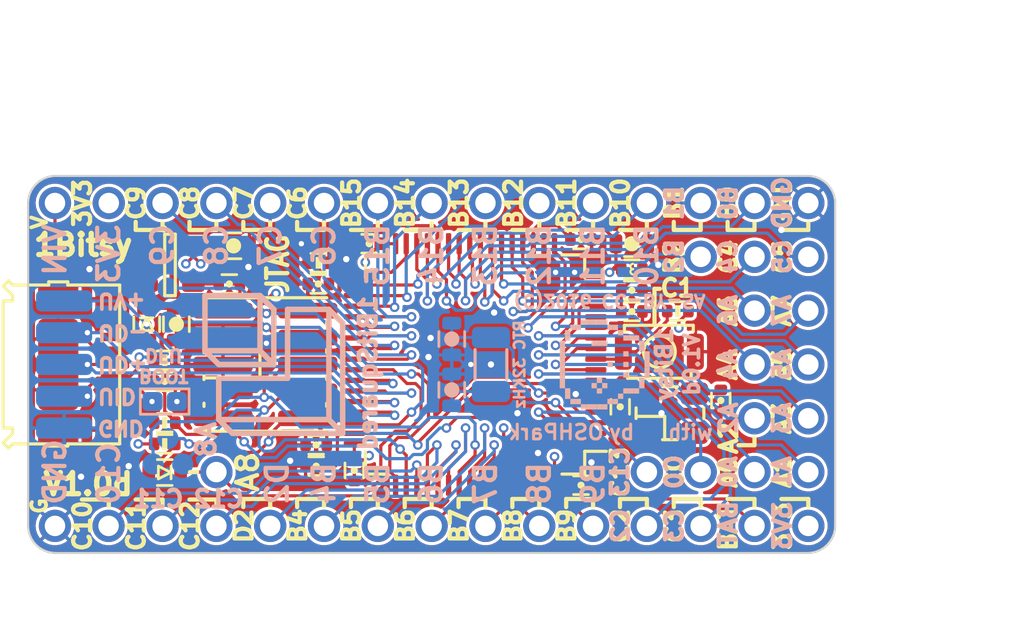
<source format=kicad_pcb>
(kicad_pcb (version 20221018) (generator pcbnew)
  (title_block (title "1BitSy") (rev "V1.0d") (company "1BitSquared") (comment 1 "(C) 2016 Piotr Esden-Tempski <piotr@esden.net>") (comment 2 "(C) 2016 1BitSquared LLC <info@1bitsquared.com>") (comment 3 "License: CC-BY-SA V4.0"))
  (layers (0 "F.Cu" signal) (1 "In1.Cu" signal) (2 "In2.Cu" signal) (31 "B.Cu" signal) (34 "B.Paste" user) (35 "F.Paste" user) (36 "B.SilkS" user "B.Silkscreen") (37 "F.SilkS" user "F.Silkscreen") (38 "B.Mask" user) (39 "F.Mask" user) (44 "Edge.Cuts" user))
  (net 0 "")
  (net 1 "/VIN")
  (net 2 "GND")
  (net 3 "Net-(C2-Pad1)")
  (net 4 "Net-(C3-Pad1)")
  (net 5 "+3V3")
  (net 6 "/OSC32_IN")
  (net 7 "/OSC32_OUT")
  (net 8 "/OSC_IN")
  (net 9 "/OSC_OUT")
  (net 10 "/USB_VBUS")
  (net 11 "/BOOT0")
  (net 12 "Net-(C16-Pad1)")
  (net 13 "Net-(C17-Pad1)")
  (net 14 "/JTAG_RST")
  (net 15 "Net-(LED1-PadA)")
  (net 16 "/PA0")
  (net 17 "/PA1")
  (net 18 "/PA2")
  (net 19 "/PA3")
  (net 20 "/PA4")
  (net 21 "/PA5")
  (net 22 "/PA6")
  (net 23 "/PA7")
  (net 24 "/PA8")
  (net 25 "/PC0")
  (net 26 "/PC2")
  (net 27 "/PC3")
  (net 28 "/PC4")
  (net 29 "/PC5")
  (net 30 "/PC6")
  (net 31 "/PC7")
  (net 32 "/PC8")
  (net 33 "/PC9")
  (net 34 "/PC10")
  (net 35 "/PC11")
  (net 36 "/PC12")
  (net 37 "/PC13")
  (net 38 "/USB_D-")
  (net 39 "/USB_D+")
  (net 40 "/USB_ID")
  (net 41 "/PB0")
  (net 42 "/PB1")
  (net 43 "/PB4")
  (net 44 "/PB5")
  (net 45 "/PB6")
  (net 46 "/PB7")
  (net 47 "/PB8")
  (net 48 "/PB9")
  (net 49 "/PB10")
  (net 50 "/PB11")
  (net 51 "/PB12")
  (net 52 "/PB13")
  (net 53 "/PB14")
  (net 54 "/PB15")
  (net 55 "/JTAG_TMS")
  (net 56 "/JTAG_TCK")
  (net 57 "/JTAG_TDI")
  (net 58 "/JTAG_TDO")
  (net 59 "Net-(C15-Pad1)")
  (net 60 "/PB2")
  (net 61 "/BUTTON")
  (net 62 "/VBAT")
  (net 63 "/PD2")
  (footprint "pkl_dipol:C_0603" (layer "F.Cu") (at 107.33 43.82 -90)
    (fp_text reference "C1")
    (fp_text value "4u7")
  )
  (footprint "pkl_dipol:C_0402" (layer "F.Cu") (at 128.83 42.22)
    (fp_text reference "C2")
    (fp_text value "1u")
  )
  (footprint "pkl_dipol:C_0402" (layer "F.Cu") (at 109.83 41.92)
    (fp_text reference "C3")
    (fp_text value "470p")
  )
  (footprint "pkl_dipol:C_0402" (layer "F.Cu") (at 128.829999 43.22)
    (fp_text reference "C4")
    (fp_text value "100n")
  )
  (footprint "pkl_dipol:C_0603" (layer "F.Cu") (at 128.83 40.02)
    (fp_text reference "C5")
    (fp_text value "4u7")
  )
  (footprint "pkl_dipol:C_0402" (layer "F.Cu") (at 128.28 47.72 -90)
    (fp_text reference "C8")
    (fp_text value "10p")
  )
  (footprint "pkl_dipol:C_0402" (layer "F.Cu") (at 133.03 47.42 90)
    (fp_text reference "C9")
    (fp_text value "10p")
  )
  (footprint "pkl_dipol:C_0402" (layer "F.Cu") (at 126.43 39.82)
    (fp_text reference "C10")
    (fp_text value "100n")
  )
  (footprint "pkl_dipol:C_0402" (layer "F.Cu") (at 116.43 40.02 180)
    (fp_text reference "C11")
    (fp_text value "100n")
  )
  (footprint "pkl_dipol:C_0402" (layer "F.Cu") (at 115.73 50.72 -90)
    (fp_text reference "C12")
    (fp_text value "100n")
  )
  (footprint "pkl_dipol:C_0603" (layer "F.Cu") (at 110.03 40.12)
    (fp_text reference "C13")
    (fp_text value "4u7")
  )
  (footprint "pkl_dipol:C_0402" (layer "F.Cu") (at 126.43 51.42)
    (fp_text reference "C14")
    (fp_text value "100n")
  )
  (footprint "pkl_dipol:C_0402" (layer "F.Cu") (at 106.78 46.52 180)
    (fp_text reference "C15")
    (fp_text value "1u")
  )
  (footprint "pkl_dipol:C_0402" (layer "F.Cu") (at 113.93 50.52 180)
    (fp_text reference "C16")
    (fp_text value "2u2")
  )
  (footprint "pkl_dipol:C_0402" (layer "F.Cu") (at 114.03 41.92 180)
    (fp_text reference "C17")
    (fp_text value "2u2")
  )
  (footprint "pkl_dipol:C_0402" (layer "F.Cu") (at 113.93 49.52 180)
    (fp_text reference "C18")
    (fp_text value "100n")
  )
  (footprint "pkl_dipol:D_0603" (layer "F.Cu") (at 105.93 43.82 -90)
    (fp_text reference "D1")
    (fp_text value ">100mA")
  )
  (footprint "pkl_dipol:L_0402" (layer "F.Cu") (at 128.83 41.22)
    (fp_text reference "L1")
    (fp_text value "Ferr")
  )
  (footprint "pkl_dipol:D_0603" (layer "F.Cu") (at 106.78 50.82 180)
    (fp_text reference "LED1")
    (fp_text value "ORA")
  )
  (footprint "pkl_pin_headers:Pin_Header_Straight_Round_1x01" (layer "F.Cu") (at 134.62 50.8 180)
    (fp_text reference "P1" hide)
    (fp_text value "CONN_01X01" hide)
  )
  (footprint "pkl_pin_headers:Pin_Header_Straight_Round_1x01" (layer "F.Cu") (at 137.16 50.8 180)
    (fp_text reference "P2" hide)
    (fp_text value "CONN_01X01" hide)
  )
  (footprint "pkl_pin_headers:Pin_Header_Straight_Round_1x01" (layer "F.Cu") (at 134.62 48.26 180)
    (fp_text reference "P3" hide)
    (fp_text value "CONN_01X01" hide)
  )
  (footprint "pkl_pin_headers:Pin_Header_Straight_Round_1x01" (layer "F.Cu") (at 137.16 48.26 180)
    (fp_text reference "P4" hide)
    (fp_text value "CONN_01X01" hide)
  )
  (footprint "pkl_pin_headers:Pin_Header_Straight_Round_1x01" (layer "F.Cu") (at 134.62 45.72 180)
    (fp_text reference "P5" hide)
    (fp_text value "CONN_01X01" hide)
  )
  (footprint "pkl_pin_headers:Pin_Header_Straight_Round_1x01" (layer "F.Cu") (at 137.16 45.72)
    (fp_text reference "P6" hide)
    (fp_text value "CONN_01X01" hide)
  )
  (footprint "pkl_pin_headers:Pin_Header_Straight_Round_1x01" (layer "F.Cu") (at 134.62 43.18 180)
    (fp_text reference "P7" hide)
    (fp_text value "CONN_01X01" hide)
  )
  (footprint "pkl_pin_headers:Pin_Header_Straight_Round_1x01" (layer "F.Cu") (at 137.16 43.18 180)
    (fp_text reference "P8" hide)
    (fp_text value "CONN_01X01" hide)
  )
  (footprint "pkl_pin_headers:Pin_Header_Straight_Round_1x01" (layer "F.Cu") (at 109.22 50.8)
    (fp_text reference "P9" hide)
    (fp_text value "CONN_01X01" hide)
  )
  (footprint "pkl_pin_headers:Pin_Header_Straight_Round_1x01" (layer "F.Cu") (at 132.08 50.8)
    (fp_text reference "P10" hide)
    (fp_text value "CONN_01X01" hide)
  )
  (footprint "pkl_pin_headers:Pin_Header_Straight_Round_1x01" (layer "F.Cu") (at 111.76 53.34)
    (fp_text reference "P11" hide)
    (fp_text value "CONN_01X01" hide)
  )
  (footprint "pkl_pin_headers:Pin_Header_Straight_Round_1x01" (layer "F.Cu") (at 129.54 53.34)
    (fp_text reference "P12" hide)
    (fp_text value "CONN_01X01" hide)
  )
  (footprint "pkl_pin_headers:Pin_Header_Straight_Round_1x01" (layer "F.Cu") (at 132.08 53.34 180)
    (fp_text reference "P13" hide)
    (fp_text value "CONN_01X01" hide)
  )
  (footprint "pkl_pin_headers:Pin_Header_Straight_Round_1x01" (layer "F.Cu") (at 134.62 40.64)
    (fp_text reference "P14" hide)
    (fp_text value "CONN_01X01" hide)
  )
  (footprint "pkl_pin_headers:Pin_Header_Straight_Round_1x01" (layer "F.Cu") (at 137.16 40.64 180)
    (fp_text reference "P15" hide)
    (fp_text value "CONN_01X01" hide)
  )
  (footprint "pkl_pin_headers:Pin_Header_Straight_Round_1x01" (layer "F.Cu") (at 114.3 38.1)
    (fp_text reference "P16" hide)
    (fp_text value "CONN_01X01" hide)
  )
  (footprint "pkl_pin_headers:Pin_Header_Straight_Round_1x01" (layer "F.Cu") (at 111.76 38.1)
    (fp_text reference "P17" hide)
    (fp_text value "CONN_01X01" hide)
  )
  (footprint "pkl_pin_headers:Pin_Header_Straight_Round_1x01" (layer "F.Cu") (at 109.22 38.1)
    (fp_text reference "P18" hide)
    (fp_text value "CONN_01X01" hide)
  )
  (footprint "pkl_pin_headers:Pin_Header_Straight_Round_1x01" (layer "F.Cu") (at 106.68 38.1)
    (fp_text reference "P19" hide)
    (fp_text value "CONN_01X01" hide)
  )
  (footprint "pkl_pin_headers:Pin_Header_Straight_Round_1x01" (layer "F.Cu") (at 104.13 53.34)
    (fp_text reference "P20" hide)
    (fp_text value "CONN_01X01" hide)
  )
  (footprint "pkl_pin_headers:Pin_Header_Straight_Round_1x01" (layer "F.Cu") (at 106.68 53.34 180)
    (fp_text reference "P21" hide)
    (fp_text value "CONN_01X01" hide)
  )
  (footprint "pkl_pin_headers:Pin_Header_Straight_Round_1x01" (layer "F.Cu") (at 109.22 53.34)
    (fp_text reference "P22" hide)
    (fp_text value "CONN_01X01" hide)
  )
  (footprint "pkl_pin_headers:Pin_Header_Straight_Round_1x01" (layer "F.Cu") (at 129.54 50.8)
    (fp_text reference "P23" hide)
    (fp_text value "CONN_01X01" hide)
  )
  (footprint "pkl_connectors:Connector_USB_Micro_B_SMD" (layer "F.Cu") (at 101.755 45.72 180)
    (fp_text reference "P24")
    (fp_text value "USB_OTG")
  )
  (footprint "pkl_pin_headers:Pin_Header_Straight_Round_1x01" (layer "F.Cu") (at 134.62 38.1)
    (fp_text reference "P25" hide)
    (fp_text value "CONN_01X01" hide)
  )
  (footprint "pkl_pin_headers:Pin_Header_Straight_Round_1x01" (layer "F.Cu") (at 132.08 38.1)
    (fp_text reference "P26" hide)
    (fp_text value "CONN_01X01" hide)
  )
  (footprint "pkl_pin_headers:Pin_Header_Straight_Round_1x01" (layer "F.Cu") (at 132.08 40.64)
    (fp_text reference "P27" hide)
    (fp_text value "CONN_01X01" hide)
  )
  (footprint "pkl_pin_headers:Pin_Header_Straight_Round_1x01" (layer "F.Cu") (at 114.3 53.34)
    (fp_text reference "P28" hide)
    (fp_text value "CONN_01X01" hide)
  )
  (footprint "pkl_pin_headers:Pin_Header_Straight_Round_1x01" (layer "F.Cu") (at 116.84 53.34 180)
    (fp_text reference "P29" hide)
    (fp_text value "CONN_01X01" hide)
  )
  (footprint "pkl_pin_headers:Pin_Header_Straight_Round_1x01" (layer "F.Cu") (at 119.38 53.34 180)
    (fp_text reference "P30" hide)
    (fp_text value "CONN_01X01" hide)
  )
  (footprint "pkl_pin_headers:Pin_Header_Straight_Round_1x01" (layer "F.Cu") (at 121.92 53.34 180)
    (fp_text reference "P31" hide)
    (fp_text value "CONN_01X01" hide)
  )
  (footprint "pkl_pin_headers:Pin_Header_Straight_Round_1x01" (layer "F.Cu") (at 124.46 53.34 180)
    (fp_text reference "P32" hide)
    (fp_text value "CONN_01X01" hide)
  )
  (footprint "pkl_pin_headers:Pin_Header_Straight_Round_1x01" (layer "F.Cu") (at 127 53.34)
    (fp_text reference "P33" hide)
    (fp_text value "CONN_01X01" hide)
  )
  (footprint "pkl_pin_headers:Pin_Header_Straight_Round_1x01" (layer "F.Cu") (at 129.54 38.1 180)
    (fp_text reference "P34" hide)
    (fp_text value "CONN_01X01" hide)
  )
  (footprint "pkl_pin_headers:Pin_Header_Straight_Round_1x01" (layer "F.Cu") (at 127 38.1)
    (fp_text reference "P35" hide)
    (fp_text value "CONN_01X01" hide)
  )
  (footprint "pkl_pin_headers:Pin_Header_Straight_Round_1x01" (layer "F.Cu") (at 124.46 38.1)
    (fp_text reference "P36" hide)
    (fp_text value "CONN_01X01" hide)
  )
  (footprint "pkl_pin_headers:Pin_Header_Straight_Round_1x01" (layer "F.Cu") (at 121.92 38.1)
    (fp_text reference "P37" hide)
    (fp_text value "CONN_01X01" hide)
  )
  (footprint "pkl_pin_headers:Pin_Header_Straight_Round_1x01" (layer "F.Cu") (at 119.38 38.1)
    (fp_text reference "P38" hide)
    (fp_text value "CONN_01X01" hide)
  )
  (footprint "pkl_pin_headers:Pin_Header_Straight_Round_1x01" (layer "F.Cu") (at 116.84 38.1 180)
    (fp_text reference "P39" hide)
    (fp_text value "CONN_01X01" hide)
  )
  (footprint "pkl_dipol:R_0402" (layer "F.Cu") (at 106.78 45.52)
    (fp_text reference "R1")
    (fp_text value "10k")
  )
  (footprint "pkl_dipol:R_0402" (layer "F.Cu") (at 114.03 40.92 180)
    (fp_text reference "R2")
    (fp_text value "10k")
  )
  (footprint "pkl_dipol:R_0402" (layer "F.Cu") (at 106.78 48.47 180)
    (fp_text reference "R3")
    (fp_text value "10k")
  )
  (footprint "pkl_dipol:R_0402" (layer "F.Cu") (at 106.78 49.47)
    (fp_text reference "R4")
    (fp_text value "300")
  )
  (footprint "pkl_dipol:R_0402" (layer "F.Cu") (at 131 43.2 180)
    (fp_text reference "R5")
    (fp_text value "10k")
  )
  (footprint "pkl_housings_sot:SOT-23-5" (layer "F.Cu") (at 107.03 41.02 180)
    (fp_text reference "U1")
    (fp_text value "VREG_3V3")
  )
  (footprint "pkl_housings_qfp:LQFP-64_10x10mm_Pitch0.5mm" (layer "F.Cu") (at 121.43 45.72 180)
    (fp_text reference "U2")
    (fp_text value "STM32F415RGT")
  )
  (footprint "pkl_misc:ABM8" (layer "F.Cu") (at 130.63 48.02)
    (fp_text reference "X2")
    (fp_text value "25MHz")
  )
  (footprint "pkl_samtec:FTSH-105-XX-X-DV" (layer "F.Cu") (at 111.53 45.72 90)
    (fp_text reference "X3")
    (fp_text value "JTAG-10")
  )
  (footprint "pkl_pin_headers:Pin_Header_Straight_Round_1x01" (layer "F.Cu") (at 101.6 38.1)
    (fp_text reference "P40" hide)
    (fp_text value "CONN_01X01" hide)
  )
  (footprint "pkl_pin_headers:Pin_Header_Straight_Round_1x01" (layer "F.Cu") (at 101.6 53.34)
    (fp_text reference "P41" hide)
    (fp_text value "CONN_01X01" hide)
  )
  (footprint "pkl_buttons_switches:Tact_Switch_Top_B3U-1000P" (layer "F.Cu") (at 130.13 45.12 -90)
    (fp_text reference "SW1")
    (fp_text value "TACT_G")
  )
  (footprint "pkl_pin_headers:Pin_Header_Straight_Round_1x01" (layer "F.Cu") (at 104.14 38.1)
    (fp_text reference "P42" hide)
    (fp_text value "CONN_01X01" hide)
  )
  (footprint "pkl_misc:via0305" (layer "F.Cu") (at 105.0798 50.5206)
    (fp_text reference "REF**" hide)
    (fp_text value "via0305" hide)
  )
  (footprint "pkl_misc:via0305" (layer "F.Cu") (at 103.23 41.22)
    (fp_text reference "REF**" hide)
    (fp_text value "via0305" hide)
  )
  (footprint "pkl_pin_headers:Pin_Header_Straight_Round_1x01" (layer "F.Cu") (at 134.62 53.34)
    (fp_text reference "P53" hide)
    (fp_text value "CONN_01X01" hide)
  )
  (footprint "pkl_pin_headers:Pin_Header_Straight_Round_1x01" (layer "F.Cu") (at 137.16 53.34)
    (fp_text reference "P54" hide)
    (fp_text value "CONN_01X01" hide)
  )
  (footprint "pkl_pin_headers:Pin_Header_Straight_Round_1x01" (layer "F.Cu") (at 137.16 38.1)
    (fp_text reference "P55" hide)
    (fp_text value "CONN_01X01" hide)
  )
  (footprint "pkl_misc:via0305" (layer "F.Cu") (at 119.33 44.47)
    (fp_text reference "REF**" hide)
    (fp_text value "via0305" hide)
  )
  (footprint "pkl_misc:via0305" (layer "F.Cu") (at 122.18 45.72)
    (fp_text reference "REF**" hide)
    (fp_text value "via0305" hide)
  )
  (footprint "pkl_misc:via0305" (layer "F.Cu") (at 122.33 43.27)
    (fp_text reference "REF**" hide)
    (fp_text value "via0305" hide)
  )
  (footprint "pkl_misc:via0305" (layer "F.Cu") (at 102.83 51.02)
    (fp_text reference "REF**" hide)
    (fp_text value "via0305" hide)
  )
  (footprint "pkl_misc:via0305" (layer "F.Cu") (at 110.73 41.12)
    (fp_text reference "REF**" hide)
    (fp_text value "via0305" hide)
  )
  (footprint "pkl_misc:via0305" (layer "F.Cu") (at 126.9238 50.3428)
    (fp_text reference "REF**" hide)
    (fp_text value "via0305" hide)
  )
  (footprint "pkl_misc:via0305" (layer "F.Cu") (at 119.23 45.37)
    (fp_text reference "REF**" hide)
    (fp_text value "via0305" hide)
  )
  (footprint "pkl_misc:via0305" (layer "F.Cu") (at 135.89 39.37)
    (fp_text reference "REF**" hide)
    (fp_text value "via0305" hide)
  )
  (footprint "pkl_misc:via0305" (layer "F.Cu") (at 124.4 49.9)
    (fp_text reference "REF**" hide)
    (fp_text value "via0305" hide)
  )
  (footprint "pkl_misc:via0305" (layer "F.Cu") (at 123.43 48.02)
    (fp_text reference "REF**" hide)
    (fp_text value "via0305" hide)
  )
  (footprint "pkl_misc:via0305" (layer "F.Cu") (at 126.18 47.12)
    (fp_text reference "REF**" hide)
    (fp_text value "via0305" hide)
  )
  (footprint "pkl_misc:via0305" (layer "F.Cu") (at 130.23 48.02)
    (fp_text reference "REF**" hide)
    (fp_text value "via0305" hide)
  )
  (footprint "pkl_misc:via0305" (layer "F.Cu") (at 112.6998 50.2666)
    (fp_text reference "REF**" hide)
    (fp_text value "via0305" hide)
  )
  (footprint "pkl_misc:via0305" (layer "F.Cu") (at 130.08 41.02)
    (fp_text reference "REF**" hide)
    (fp_text value "via0305" hide)
  )
  (footprint "pkl_misc:via0305" (layer "F.Cu") (at 115.35 40.75)
    (fp_text reference "REF**" hide)
    (fp_text value "via0305" hide)
  )
  (footprint "pkl_dipol:C_0603" (layer "B.Cu") (at 120.33 46.92 -90)
    (fp_text reference "C6")
    (fp_text value "10p")
  )
  (footprint "pkl_dipol:C_0603" (layer "B.Cu") (at 120.33 44.52 90)
    (fp_text reference "C7")
    (fp_text value "10p")
  )
  (footprint "pkl_jumpers:J_0603" (layer "B.Cu") (at 106.78 47.47)
    (fp_text reference "J1" hide)
    (fp_text value "BOOT" hide)
  )
  (footprint "pkl_misc:ABS07" (layer "B.Cu") (at 122.18 45.72 -90)
    (fp_text reference "X1")
    (fp_text value "32.768kHz")
  )
  (footprint "pkl_pads:POGO_PAD_SMD_R_1x1" (layer "B.Cu") (at 106.93 42.12)
    (fp_text reference "P43" hide)
    (fp_text value "TP" hide)
  )
  (footprint "pkl_pads:POGO_PAD_SMD_R_1x1" (layer "B.Cu") (at 106.93 43.72)
    (fp_text reference "P44" hide)
    (fp_text value "TP" hide)
  )
  (footprint "pkl_pads:POGO_PAD_SMD_R_1x1" (layer "B.Cu") (at 106.23 50.42)
    (fp_text reference "P45" hide)
    (fp_text value "TP" hide)
  )
  (footprint "pkl_pads:POGO_PAD_SMD_R_1x1" (layer "B.Cu") (at 107.63 50.42)
    (fp_text reference "P46" hide)
    (fp_text value "TP" hide)
  )
  (footprint "pkl_pads:POGO_PAD_SMD_R_1x1" (layer "B.Cu") (at 106.93 49.22)
    (fp_text reference "P47" hide)
    (fp_text value "TP" hide)
  )
  (footprint "pkl_pads:PAD_SMD_1x2.65" (layer "B.Cu") (at 102.03 42.72)
    (fp_text reference "P48" hide)
    (fp_text value "CONN_01X01" hide)
  )
  (footprint "pkl_pads:PAD_SMD_1x2.65" (layer "B.Cu") (at 102.03 44.22)
    (fp_text reference "P49" hide)
    (fp_text value "CONN_01X01" hide)
  )
  (footprint "pkl_pads:PAD_SMD_1x2.65" (layer "B.Cu") (at 102.03 45.72)
    (fp_text reference "P50" hide)
    (fp_text value "CONN_01X01" hide)
  )
  (footprint "pkl_pads:PAD_SMD_1x2.65" (layer "B.Cu") (at 102.03 47.22)
    (fp_text reference "P51" hide)
    (fp_text value "CONN_01X01" hide)
  )
  (footprint "pkl_pads:PAD_SMD_1x2.65" (layer "B.Cu") (at 102.03 48.72)
    (fp_text reference "P52" hide)
    (fp_text value "CONN_01X01" hide)
  )
  (footprint "pkl_logos:1bitsy_silk_025grid" (layer "B.Cu") (at 127.0508 45.72 -90)
    (fp_text reference "REF**" hide)
    (fp_text value "1bitsy_copper_025grid" hide)
  )
  (footprint "pkl_logos:heart_mask_015grid" (layer "B.Cu") (at 129.6718 48.8696 180)
    (fp_text reference "REF**" hide)
    (fp_text value "heart_mask_010grid" hide)
  )
  (footprint "pkl_logos:1b2_Logo_SilkS_6.5mm" (layer "B.Cu") (at 111.93 45.72 -90)
    (fp_text reference "REF**" hide)
    (fp_text value "1b2_Logo_SilkS_6.5mm" hide)
  )
  (gr_line (start 134.62 52.07) (end 134.62 52.4256) (stroke (width 0.2)) (layer "F.SilkS"))
  (gr_line (start 123.19 52.451) (end 123.19 52.07) (stroke (width 0.2)) (layer "F.SilkS"))
  (gr_line (start 128.27 39.37) (end 129.54 39.37) (stroke (width 0.2)) (layer "F.SilkS"))
  (gr_line (start 130.81 52.07) (end 132.08 52.07) (stroke (width 0.2)) (layer "F.SilkS"))
  (gr_line (start 134.62 39.37) (end 134.62 39.0144) (stroke (width 0.2)) (layer "F.SilkS"))
  (gr_line (start 118.11 39.37) (end 119.38 39.37) (stroke (width 0.2)) (layer "F.SilkS"))
  (gr_line (start 133.35 39.37) (end 134.62 39.37) (stroke (width 0.2)) (layer "F.SilkS"))
  (gr_line (start 115.57 52.07) (end 116.84 52.07) (stroke (width 0.2)) (layer "F.SilkS"))
  (gr_line (start 130.81 52.451) (end 130.81 52.07) (stroke (width 0.2)) (layer "F.SilkS"))
  (gr_line (start 135.89 52.07) (end 137.16 52.07) (stroke (width 0.2)) (layer "F.SilkS"))
  (gr_line (start 118.11 52.07) (end 119.38 52.07) (stroke (width 0.2)) (layer "F.SilkS"))
  (gr_line (start 137.16 52.07) (end 137.16 52.4256) (stroke (width 0.2)) (layer "F.SilkS"))
  (gr_line (start 120.65 39.37) (end 121.92 39.37) (stroke (width 0.2)) (layer "F.SilkS"))
  (gr_line (start 132.08 52.07) (end 132.08 52.4256) (stroke (width 0.2)) (layer "F.SilkS"))
  (gr_line (start 137.16 39.37) (end 137.16 39.0144) (stroke (width 0.2)) (layer "F.SilkS"))
  (gr_line (start 125.73 52.451) (end 125.73 52.07) (stroke (width 0.2)) (layer "F.SilkS"))
  (gr_line (start 123.19 39.37) (end 124.46 39.37) (stroke (width 0.2)) (layer "F.SilkS"))
  (gr_line (start 125.73 39.37) (end 127 39.37) (stroke (width 0.2)) (layer "F.SilkS"))
  (gr_line (start 133.35 38.989) (end 133.35 39.37) (stroke (width 0.2)) (layer "F.SilkS"))
  (gr_line (start 110.49 52.07) (end 111.76 52.07) (stroke (width 0.2)) (layer "F.SilkS"))
  (gr_line (start 130.81 39.37) (end 132.08 39.37) (stroke (width 0.2)) (layer "F.SilkS"))
  (gr_line (start 116.84 39.37) (end 116.84 39.0144) (stroke (width 0.2)) (layer "F.SilkS"))
  (gr_line (start 110.49 39.37) (end 111.76 39.37) (stroke (width 0.2)) (layer "F.SilkS"))
  (gr_line (start 127 52.07) (end 127 52.4256) (stroke (width 0.2)) (layer "F.SilkS"))
  (gr_line (start 115.57 52.07) (end 115.57 52.451) (stroke (width 0.2)) (layer "F.SilkS"))
  (gr_line (start 124.46 39.37) (end 124.46 39.0144) (stroke (width 0.2)) (layer "F.SilkS"))
  (gr_line (start 124.46 52.07) (end 124.46 52.4256) (stroke (width 0.2)) (layer "F.SilkS"))
  (gr_line (start 110.49 52.451) (end 110.49 52.07) (stroke (width 0.2)) (layer "F.SilkS"))
  (gr_line (start 114.3 39.37) (end 114.3 39.0144) (stroke (width 0.2)) (layer "F.SilkS"))
  (gr_line (start 119.38 52.07) (end 119.38 52.4256) (stroke (width 0.2)) (layer "F.SilkS"))
  (gr_line (start 107.95 52.0954) (end 109.22 52.0954) (stroke (width 0.2)) (layer "F.SilkS"))
  (gr_line (start 106.68 52.0954) (end 106.68 52.4256) (stroke (width 0.2)) (layer "F.SilkS"))
  (gr_line (start 130.81 38.989) (end 130.81 39.37) (stroke (width 0.2)) (layer "F.SilkS"))
  (gr_line (start 132.08 39.37) (end 132.08 39.0144) (stroke (width 0.2)) (layer "F.SilkS"))
  (gr_line (start 114.3 52.07) (end 114.3 52.4256) (stroke (width 0.2)) (layer "F.SilkS"))
  (gr_line (start 104.14 52.0954) (end 104.14 52.4256) (stroke (width 0.2)) (layer "F.SilkS"))
  (gr_line (start 102.87 52.0954) (end 104.14 52.0954) (stroke (width 0.2)) (layer "F.SilkS"))
  (gr_line (start 105.41 39.37) (end 106.68 39.37) (stroke (width 0.2)) (layer "F.SilkS"))
  (gr_line (start 108.3056 50.8) (end 107.9754 50.8) (stroke (width 0.2)) (layer "F.SilkS"))
  (gr_line (start 121.92 39.37) (end 121.92 39.0144) (stroke (width 0.2)) (layer "F.SilkS"))
  (gr_line (start 130.15 42.15) (end 129.9 42.15) (stroke (width 0.2)) (layer "F.SilkS"))
  (gr_line (start 113.03 52.07) (end 113.03 52.451) (stroke (width 0.2)) (layer "F.SilkS"))
  (gr_line (start 105.41 38.989) (end 105.41 39.37) (stroke (width 0.2)) (layer "F.SilkS"))
  (gr_line (start 119.38 39.37) (end 119.38 39.0144) (stroke (width 0.2)) (layer "F.SilkS"))
  (gr_line (start 111.76 52.07) (end 111.76 52.4256) (stroke (width 0.2)) (layer "F.SilkS"))
  (gr_line (start 127 39.37) (end 127 39.0144) (stroke (width 0.2)) (layer "F.SilkS"))
  (gr_line (start 133.8692 49.53) (end 134.62 49.53) (stroke (width 0.2)) (layer "F.SilkS"))
  (gr_line (start 113.03 39.37) (end 114.3 39.37) (stroke (width 0.2)) (layer "F.SilkS"))
  (gr_line (start 109.22 39.37) (end 109.22 39.0144) (stroke (width 0.2)) (layer "F.SilkS"))
  (gr_line (start 107.95 39.37) (end 109.22 39.37) (stroke (width 0.2)) (layer "F.SilkS"))
  (gr_line (start 115.57 39.37) (end 116.84 39.37) (stroke (width 0.2)) (layer "F.SilkS"))
  (gr_line (start 133.35 52.07) (end 134.62 52.07) (stroke (width 0.2)) (layer "F.SilkS"))
  (gr_line (start 129.54 39.37) (end 129.54 39.0144) (stroke (width 0.2)) (layer "F.SilkS"))
  (gr_line (start 109.22 52.0954) (end 109.22 52.4256) (stroke (width 0.2)) (layer "F.SilkS"))
  (gr_line (start 111.76 39.37) (end 111.76 39.0144) (stroke (width 0.2)) (layer "F.SilkS"))
  (gr_line (start 128.27 52.451) (end 128.27 52.07) (stroke (width 0.2)) (layer "F.SilkS"))
  (gr_line (start 129.54 52.07) (end 129.54 52.4256) (stroke (width 0.2)) (layer "F.SilkS"))
  (gr_line (start 107.95 38.989) (end 107.95 39.37) (stroke (width 0.2)) (layer "F.SilkS"))
  (gr_line (start 135.89 39.37) (end 137.16 39.37) (stroke (width 0.2)) (layer "F.SilkS"))
  (gr_line (start 116.84 52.07) (end 116.84 52.4256) (stroke (width 0.2)) (layer "F.SilkS"))
  (gr_line (start 113.03 52.07) (end 114.3 52.07) (stroke (width 0.2)) (layer "F.SilkS"))
  (gr_line (start 106.68 39.37) (end 106.68 39.0144) (stroke (width 0.2)) (layer "F.SilkS"))
  (gr_line (start 121.92 52.07) (end 121.92 52.4256) (stroke (width 0.2)) (layer "F.SilkS"))
  (gr_line (start 113.03 38.989) (end 113.03 39.37) (stroke (width 0.2)) (layer "F.SilkS"))
  (gr_line (start 129.9 42.15) (end 129.9 43.85) (stroke (width 0.2)) (layer "F.SilkS"))
  (gr_line (start 120.65 52.451) (end 120.65 52.07) (stroke (width 0.2)) (layer "F.SilkS"))
  (gr_line (start 118.11 52.07) (end 118.11 52.451) (stroke (width 0.2)) (layer "F.SilkS"))
  (gr_line (start 125.73 52.07) (end 127 52.07) (stroke (width 0.2)) (layer "F.SilkS"))
  (gr_line (start 120.65 52.07) (end 121.92 52.07) (stroke (width 0.2)) (layer "F.SilkS"))
  (gr_line (start 110.49 38.989) (end 110.49 39.37) (stroke (width 0.2)) (layer "F.SilkS"))
  (gr_line (start 134.62 49.53) (end 134.62 49.1744) (stroke (width 0.2)) (layer "F.SilkS"))
  (gr_line (start 105.41 52.0954) (end 106.68 52.0954) (stroke (width 0.2)) (layer "F.SilkS"))
  (gr_line (start 128.27 52.07) (end 129.54 52.07) (stroke (width 0.2)) (layer "F.SilkS"))
  (gr_line (start 123.19 52.07) (end 124.46 52.07) (stroke (width 0.2)) (layer "F.SilkS"))
  (gr_line (start 100.33 53.32) (end 100.33 38.12) (stroke (width 0.1)) (layer "Edge.Cuts"))
  (gr_arc (start 138.43 53.32) (mid 138.049239 54.239239) (end 137.13 54.62) (stroke (width 0.1)) (layer "Edge.Cuts"))
  (gr_arc (start 137.13 36.82) (mid 138.049239 37.200761) (end 138.43 38.12) (stroke (width 0.1)) (layer "Edge.Cuts"))
  (gr_line (start 138.43 38.12) (end 138.43 53.32) (stroke (width 0.1)) (layer "Edge.Cuts"))
  (gr_arc (start 100.33 38.12) (mid 100.710761 37.200761) (end 101.63 36.82) (stroke (width 0.1)) (layer "Edge.Cuts"))
  (gr_line (start 101.63 36.82) (end 137.13 36.82) (stroke (width 0.1)) (layer "Edge.Cuts"))
  (gr_line (start 137.13 54.62) (end 101.63 54.62) (stroke (width 0.1)) (layer "Edge.Cuts"))
  (gr_arc (start 101.63 54.62) (mid 100.710761 54.239239) (end 100.33 53.32) (stroke (width 0.1)) (layer "Edge.Cuts"))
  (gr_text "VIN" (at 101.6 38.989 90) (layer "B.SilkS") (effects (font (size 1 1) (thickness 0.2)) (justify left mirror)))
  (gr_text "3V3" (at 104.14 38.989 90) (layer "B.SilkS") (effects (font (size 1 1) (thickness 0.2)) (justify left mirror)))
  (gr_text "V1.0d" (at 131.66 45.72 90) (layer "B.SilkS") (effects (font (size 0.7 0.7) (thickness 0.175)) (justify mirror)))
  (gr_text "(C)2016 CC-BY-SA" (at 132.38 42.72 180) (layer "B.SilkS") (effects (font (size 0.6 0.6) (thickness 0.14)) (justify right mirror)))
  (gr_text "UV+" (at 103.53 42.72 180) (layer "B.SilkS") (effects (font (size 0.7 0.7) (thickness 0.175)) (justify left mirror)))
  (gr_text "UD-" (at 103.53 44.22 180) (layer "B.SilkS") (effects (font (size 0.7 0.7) (thickness 0.175)) (justify left mirror)))
  (gr_text "UD+" (at 103.53 45.72 180) (layer "B.SilkS") (effects (font (size 0.7 0.7) (thickness 0.175)) (justify left mirror)))
  (gr_text "UID" (at 103.53 47.22 180) (layer "B.SilkS") (effects (font (size 0.7 0.7) (thickness 0.175)) (justify left mirror)))
  (gr_text "GND" (at 103.53 48.72 180) (layer "B.SilkS") (effects (font (size 0.7 0.7) (thickness 0.175)) (justify left mirror)))
  (gr_text "BOOT\nDFU" (at 106.73 45.77 180) (layer "B.SilkS") (effects (font (size 0.6 0.6)) (justify mirror)))
  (gr_text "RTC 32KHz" (at 123.53 45.72 90) (layer "B.SilkS") (effects (font (size 0.5 0.5) (thickness 0.125)) (justify mirror)))
  (gr_text "A8" (at 108.73 49.27 90) (layer "B.SilkS") (effects (font (size 0.9 0.9) (thickness 0.2)) (justify mirror)))
  (gr_text "B2" (at 130.8354 40.6146 90) (layer "B.SilkS") (effects (font (size 0.8 0.8) (thickness 0.2)) (justify mirror)))
  (gr_text "1Bitsy" (at 130.36 45.72 90) (layer "B.SilkS") (effects (font (size 0.75 0.75) (thickness 0.1875)) (justify mirror)))
  (gr_text "OSHPark" (at 122.93 48.9184) (layer "B.SilkS") (effects (font (size 0.7 0.7) (thickness 0.14)) (justify right mirror)))
  (gr_text "C0" (at 130.8354 50.8 90) (layer "B.SilkS") (effects (font (size 0.8 0.8) (thickness 0.2)) (justify mirror)))
  (gr_text "C13" (at 128.27 50.8 90) (layer "B.SilkS") (effects (font (size 0.8 0.8) (thickness 0.2)) (justify mirror)))
  (gr_text "C9" (at 106.68 38.989 90) (layer "B.SilkS") (effects (font (size 1 1) (thickness 0.2)) (justify left mirror)))
  (gr_text "C8" (at 109.22 38.989 90) (layer "B.SilkS") (effects (font (size 1 1) (thickness 0.2)) (justify left mirror)))
  (gr_text "C7" (at 111.76 38.989 90) (layer "B.SilkS") (effects (font (size 1 1) (thickness 0.2)) (justify left mirror)))
  (gr_text "C6" (at 114.3 38.989 90) (layer "B.SilkS") (effects (font (size 1 1) (thickness 0.2)) (justify left mirror)))
  (gr_text "B15" (at 116.84 38.989 90) (layer "B.SilkS") (effects (font (size 1 1) (thickness 0.2)) (justify left mirror)))
  (gr_text "B14" (at 119.38 38.989 90) (layer "B.SilkS") (effects (font (size 1 1) (thickness 0.2)) (justify left mirror)))
  (gr_text "B13" (at 121.92 38.989 90) (layer "B.SilkS") (effects (font (size 1 1) (thickness 0.2)) (justify left mirror)))
  (gr_text "B12" (at 124.46 38.989 90) (layer "B.SilkS") (effects (font (size 1 1) (thickness 0.2)) (justify left mirror)))
  (gr_text "B11" (at 127 38.989 90) (layer "B.SilkS") (effects (font (size 1 1) (thickness 0.2)) (justify left mirror)))
  (gr_text "B10" (at 129.54 38.989 90) (layer "B.SilkS") (effects (font (size 1 1) (thickness 0.2)) (justify left mirror)))
  (gr_text "B1" (at 130.8354 38.1 90) (layer "B.SilkS") (effects (font (size 0.8 0.8) (thickness 0.2)) (justify mirror)))
  (gr_text "B0" (at 133.3754 38.1 90) (layer "B.SilkS") (effects (font (size 0.8 0.8) (thickness 0.2)) (justify mirror)))
  (gr_text "C10" (at 104.14 52.451 90) (layer "B.SilkS") (effects (font (size 1 1) (thickness 0.2)) (justify right mirror)))
  (gr_text "C11" (at 106.48 52.07) (layer "B.SilkS") (effects (font (size 0.8 0.8) (thickness 0.2)) (justify mirror)))
  (gr_text "C12" (at 109.33 52.07) (layer "B.SilkS") (effects (font (size 0.8 0.8) (thickness 0.2)) (justify mirror)))
  (gr_text "D2" (at 112.0902 52.451 90) (layer "B.SilkS") (effects (font (size 1 1) (thickness 0.2)) (justify right mirror)))
  (gr_text "B4" (at 114.3 52.451 90) (layer "B.SilkS") (effects (font (size 1 1) (thickness 0.2)) (justify right mirror)))
  (gr_text "B5" (at 116.84 52.451 90) (layer "B.SilkS") (effects (font (size 1 1) (thickness 0.2)) (justify right mirror)))
  (gr_text "B6" (at 119.3546 52.451 90) (layer "B.SilkS") (effects (font (size 1 1) (thickness 0.2)) (justify right mirror)))
  (gr_text "B7" (at 121.92 52.451 90) (layer "B.SilkS") (effects (font (size 1 1) (thickness 0.2)) (justify right mirror)))
  (gr_text "B8" (at 124.46 52.451 90) (layer "B.SilkS") (effects (font (size 1 1) (thickness 0.2)) (justify right mirror)))
  (gr_text "B9" (at 127 52.451 90) (layer "B.SilkS") (effects (font (size 1 1) (thickness 0.2)) (justify right mirror)))
  (gr_text "C2" (at 128.2954 53.34 90) (layer "B.SilkS") (effects (font (size 0.8 0.8) (thickness 0.2)) (justify mirror)))
  (gr_text "C3" (at 130.8354 53.34 90) (layer "B.SilkS") (effects (font (size 0.8 0.8) (thickness 0.2)) (justify mirror)))
  (gr_text "BAT" (at 133.3754 53.2384 90) (layer "B.SilkS") (effects (font (size 0.8 0.8) (thickness 0.2)) (justify mirror)))
  (gr_text "3V3" (at 135.9408 53.34 90) (layer "B.SilkS") (effects (font (size 0.8 0.8) (thickness 0.2)) (justify mirror)))
  (gr_text "GND" (at 135.9154 38.1 90) (layer "B.SilkS") (effects (font (size 0.8 0.8) (thickness 0.2)) (justify mirror)))
  (gr_text "C5" (at 135.9408 40.64 90) (layer "B.SilkS") (effects (font (size 0.8 0.8) (thickness 0.2)) (justify mirror)))
  (gr_text "C4" (at 133.3754 40.64 90) (layer "B.SilkS") (effects (font (size 0.8 0.8) (thickness 0.2)) (justify mirror)))
  (gr_text "A6" (at 133.3754 43.18 90) (layer "B.SilkS") (effects (font (size 0.8 0.8) (thickness 0.2)) (justify mirror)))
  (gr_text "A7" (at 135.9154 43.18 90) (layer "B.SilkS") (effects (font (size 0.8 0.8) (thickness 0.2)) (justify mirror)))
  (gr_text "A4" (at 133.3754 45.72 90) (layer "B.SilkS") (effects (font (size 0.8 0.8) (thickness 0.2)) (justify mirror)))
  (gr_text "A5" (at 135.9154 45.72 90) (layer "B.SilkS") (effects (font (size 0.8 0.8) (thickness 0.2)) (justify mirror)))
  (gr_text "A3" (at 135.9154 48.26 90) (layer "B.SilkS") (effects (font (size 0.8 0.8) (thickness 0.2)) (justify mirror)))
  (gr_text "A2" (at 133.4 48.26 90) (layer "B.SilkS") (effects (font (size 0.8 0.8) (thickness 0.2)) (justify mirror)))
  (gr_text "A1" (at 135.9154 50.8 90) (layer "B.SilkS") (effects (font (size 0.8 0.8) (thickness 0.2)) (justify mirror)))
  (gr_text "A0" (at 133.3754 50.8 90) (layer "B.SilkS") (effects (font (size 0.8 0.8) (thickness 0.2)) (justify mirror)))
  (gr_text "with   by" (at 127.68 48.9184) (layer "B.SilkS") (effects (font (size 0.7 0.7) (thickness 0.14)) (justify right mirror)))
  (gr_text "GND" (at 101.6 52.451 90) (layer "B.SilkS") (effects (font (size 1 1) (thickness 0.2)) (justify right mirror)))
  (gr_text "1BitSquared" (at 116.38 46.12 90) (layer "B.SilkS") (effects (font (size 0.8 0.8) (thickness 0.2)) (justify mirror)))
  (gr_text "1Bitsy" (at 100.48 40.0812) (layer "F.SilkS") (effects (font (size 1 1) (thickness 0.25)) (justify left)))
  (gr_text "V1.0d" (at 100.93 51.37) (layer "F.SilkS") (effects (font (size 1 1) (thickness 0.25)) (justify left)))
  (gr_text "JTAG" (at 112.1156 40.9702 90) (layer "F.SilkS") (effects (font (size 1 0.8) (thickness 0.2))))
  (gr_text "B2" (at 130.8 40.65 90) (layer "F.SilkS") (effects (font (size 0.8 0.8) (thickness 0.2))))
  (gr_text "C1" (at 130.9878 42.1132) (layer "F.SilkS") (effects (font (size 0.8 0.8) (thickness 0.2))))
  (gr_text "A8" (at 110.6932 50.8 90) (layer "F.SilkS") (effects (font (size 1 1) (thickness 0.2))))
  (gr_text "G" (at 100.8634 52.4002 90) (layer "F.SilkS") (effects (font (size 0.7 0.7) (thickness 0.175))))
  (gr_text "C10" (at 102.8954 53.34 90) (layer "F.SilkS") (effects (font (size 0.8 0.8) (thickness 0.2))))
  (gr_text "C11" (at 105.4354 53.34 90) (layer "F.SilkS") (effects (font (size 0.8 0.8) (thickness 0.2))))
  (gr_text "C12" (at 107.9754 53.34 90) (layer "F.SilkS") (effects (font (size 0.8 0.8) (thickness 0.2))))
  (gr_text "D2" (at 110.5154 53.34 90) (layer "F.SilkS") (effects (font (size 0.8 0.8) (thickness 0.2))))
  (gr_text "B4" (at 113.0554 53.34 90) (layer "F.SilkS") (effects (font (size 0.8 0.8) (thickness 0.2))))
  (gr_text "B5" (at 115.5954 53.34 90) (layer "F.SilkS") (effects (font (size 0.8 0.8) (thickness 0.2))))
  (gr_text "B6" (at 118.1354 53.34 90) (layer "F.SilkS") (effects (font (size 0.8 0.8) (thickness 0.2))))
  (gr_text "B7" (at 120.6754 53.34 90) (layer "F.SilkS") (effects (font (size 0.8 0.8) (thickness 0.2))))
  (gr_text "B8" (at 123.2154 53.34 90) (layer "F.SilkS") (effects (font (size 0.8 0.8) (thickness 0.2))))
  (gr_text "B9" (at 125.7554 53.34 90) (layer "F.SilkS") (effects (font (size 0.8 0.8) (thickness 0.2))))
  (gr_text "C2" (at 128.2954 53.34 90) (layer "F.SilkS") (effects (font (size 0.8 0.8) (thickness 0.2))))
  (gr_text "C3" (at 130.8354 53.34 90) (layer "F.SilkS") (effects (font (size 0.8 0.8) (thickness 0.2))))
  (gr_text "BAT" (at 133.3754 53.4416 90) (layer "F.SilkS") (effects (font (size 0.8 0.8) (thickness 0.2))))
  (gr_text "3V3" (at 135.9408 53.34 90) (layer "F.SilkS") (effects (font (size 0.8 0.8) (thickness 0.2))))
  (gr_text "GND" (at 135.9408 38.1 90) (layer "F.SilkS") (effects (font (size 0.8 0.8) (thickness 0.2))))
  (gr_text "C0" (at 130.8354 50.8 90) (layer "F.SilkS") (effects (font (size 0.8 0.8) (thickness 0.2))))
  (gr_text "A0" (at 133.3754 50.8 90) (layer "F.SilkS") (effects (font (size 0.8 0.8) (thickness 0.2))))
  (gr_text "C13" (at 128.27 50.8 90) (layer "F.SilkS") (effects (font (size 0.8 0.8) (thickness 0.2))))
  (gr_text "A1" (at 135.9154 50.8 90) (layer "F.SilkS") (effects (font (size 0.8 0.8) (thickness 0.2))))
  (gr_text "A2" (at 133.4 49.2 90) (layer "F.SilkS") (effects (font (size 0.8 0.8) (thickness 0.2))))
  (gr_text "A3" (at 135.9154 48.26 90) (layer "F.SilkS") (effects (font (size 0.8 0.8) (thickness 0.2))))
  (gr_text "A4" (at 133.3754 45.72 90) (layer "F.SilkS") (effects (font (size 0.8 0.8) (thickness 0.2))))
  (gr_text "A5" (at 135.9154 45.72 90) (layer "F.SilkS") (effects (font (size 0.8 0.8) (thickness 0.2))))
  (gr_text "A6" (at 133.3754 43.18 90) (layer "F.SilkS") (effects (font (size 0.8 0.8) (thickness 0.2))))
  (gr_text "A7" (at 135.9154 43.18 90) (layer "F.SilkS") (effects (font (size 0.8 0.8) (thickness 0.2))))
  (gr_text "C5" (at 135.9408 40.64 90) (layer "F.SilkS") (effects (font (size 0.8 0.8) (thickness 0.2))))
  (gr_text "C4" (at 133.3754 40.64 90) (layer "F.SilkS") (effects (font (size 0.8 0.8) (thickness 0.2))))
  (gr_text "B0" (at 133.3754 38.1 90) (layer "F.SilkS") (effects (font (size 0.8 0.8) (thickness 0.2))))
  (gr_text "B1" (at 130.8354 38.1 90) (layer "F.SilkS") (effects (font (size 0.8 0.8) (thickness 0.2))))
  (gr_text "B10" (at 128.2954 38.1 90) (layer "F.SilkS") (effects (font (size 0.8 0.8) (thickness 0.2))))
  (gr_text "B11" (at 125.7554 38.1 90) (layer "F.SilkS") (effects (font (size 0.8 0.8) (thickness 0.2))))
  (gr_text "B12" (at 123.2408 38.1 90) (layer "F.SilkS") (effects (font (size 0.8 0.8) (thickness 0.2))))
  (gr_text "B13" (at 120.6754 38.1 90) (layer "F.SilkS") (effects (font (size 0.8 0.8) (thickness 0.2))))
  (gr_text "B14" (at 118.1354 38.1 90) (layer "F.SilkS") (effects (font (size 0.8 0.8) (thickness 0.2))))
  (gr_text "B15" (at 115.5954 38.1 90) (layer "F.SilkS") (effects (font (size 0.8 0.8) (thickness 0.2))))
  (gr_text "C6" (at 113.0554 38.1 90) (layer "F.SilkS") (effects (font (size 0.8 0.8) (thickness 0.2))))
  (gr_text "C7" (at 110.5154 38.1 90) (layer "F.SilkS") (effects (font (size 0.8 0.8) (thickness 0.2))))
  (gr_text "C8" (at 107.9754 38.1 90) (layer "F.SilkS") (effects (font (size 0.8 0.8) (thickness 0.2))))
  (gr_text "C9" (at 105.4354 38.1 90) (layer "F.SilkS") (effects (font (size 0.8 0.8) (thickness 0.2))))
  (gr_text "3V3" (at 102.8954 38.1 90) (layer "F.SilkS") (effects (font (size 0.8 0.8) (thickness 0.2))))
  (gr_text "V" (at 100.8634 39.0144 90) (layer "F.SilkS") (effects (font (size 0.7 0.7) (thickness 0.175))))
  (segment (start 106.61 41.97) (end 106.78 41.8) (width 0.15) (layer "F.Cu") (net 1))
  (segment (start 105.25 40.07) (end 105.93 40.07) (width 0.15) (layer "F.Cu") (net 1))
  (segment (start 101.6 39.16066) (end 102.50934 40.07) (width 0.15) (layer "F.Cu") (net 1))
  (segment (start 105.93 41.97) (end 106.61 41.97) (width 0.15) (layer "F.Cu") (net 1))
  (segment (start 105.93 43.07) (end 105.93 41.97) (width 0.15) (layer "F.Cu") (net 1))
  (segment (start 101.6 38.1) (end 101.6 39.16066) (width 0.15) (layer "F.Cu") (net 1))
  (segment (start 105.93 40.07) (end 106.61 40.07) (width 0.15) (layer "F.Cu") (net 1))
  (segment (start 106.61 40.07) (end 106.78 40.24) (width 0.15) (layer "F.Cu") (net 1))
  (segment (start 102.50934 40.07) (end 105.25 40.07) (width 0.15) (layer "F.Cu") (net 1))
  (segment (start 105.93 43.07) (end 107.33 43.07) (width 0.15) (layer "F.Cu") (net 1))
  (segment (start 106.78 41.8) (end 106.78 40.24) (width 0.15) (layer "F.Cu") (net 1))
  (segment (start 126.93 39.82) (end 126.93 40.568012) (width 0.15) (layer "F.Cu") (net 2))
  (segment (start 129.48 47.095) (end 128.405 47.095) (width 0.15) (layer "F.Cu") (net 2))
  (segment (start 113.53 40.92) (end 113.53 40.32) (width 0.15) (layer "F.Cu") (net 2))
  (segment (start 109.53 45.72) (end 110.56 45.72) (width 0.15) (layer "F.Cu") (net 2))
  (segment (start 125.005001 41.145001) (end 125.23 41.37) (width 0.15) (layer "F.Cu") (net 2))
  (segment (start 128.405 47.095) (end 128.28 47.22) (width 0.15) (layer "F.Cu") (net 2))
  (segment (start 126.353011 41.145001) (end 126.128012 41.37) (width 0.15) (layer "F.Cu") (net 2))
  (segment (start 113.53 40.32) (end 113.23 40.02) (width 0.15) (layer "F.Cu") (net 2))
  (segment (start 110.56 45.72) (end 111.559998 44.720002) (width 0.15) (layer "F.Cu") (net 2))
  (segment (start 129.48 47.095) (end 129.605 47.095) (width 0.15) (layer "F.Cu") (net 2))
  (segment (start 111.559998 44.720002) (end 111.58 44.720002) (width 0.15) (layer "F.Cu") (net 2))
  (segment (start 126.93 40.568012) (end 126.353011 41.145001) (width 0.15) (layer "F.Cu") (net 2))
  (segment (start 124.68 40.82) (end 125.005001 41.145001) (width 0.15) (layer "F.Cu") (net 2))
  (segment (start 113.43 49.52) (end 113.43 49.57) (width 0.15) (layer "F.Cu") (net 2))
  (segment (start 109.53 46.99) (end 110.56 46.99) (width 0.15) (layer "F.Cu") (net 2))
  (segment (start 124.68 40.02) (end 124.68 40.82) (width 0.15) (layer "F.Cu") (net 2))
  (via (at 121.23 45.72) (size 0.45) (drill 0.25) (layers "F.Cu" "B.Cu") (net 2))
  (via (at 111.58 44.720002) (size 0.45) (drill 0.25) (layers "F.Cu" "B.Cu") (net 2))
  (via (at 125.23 41.37) (size 0.45) (drill 0.25) (layers "F.Cu" "B.Cu") (net 2))
  (via (at 113.23 40.02) (size 0.45) (drill 0.25) (layers "F.Cu" "B.Cu") (net 2))
  (via (at 126.128012 41.37) (size 0.45) (drill 0.25) (layers "F.Cu" "B.Cu") (net 2))
  (segment (start 120.48 46.17) (end 120.93 45.72) (width 0.15) (layer "B.Cu") (net 2))
  (segment (start 120.93 45.72) (end 121.23 45.72) (width 0.15) (layer "B.Cu") (net 2))
  (segment (start 120.33 46.17) (end 120.33 45.27) (width 0.15) (layer "B.Cu") (net 2))
  (segment (start 120.48 45.27) (end 120.93 45.72) (width 0.15) (layer "B.Cu") (net 2))
  (segment (start 120.33 46.17) (end 120.48 46.17) (width 0.15) (layer "B.Cu") (net 2))
  (segment (start 120.33 45.27) (end 120.48 45.27) (width 0.15) (layer "B.Cu") (net 2))
  (segment (start 128.33 42.22) (end 129.33 41.22) (width 0.15) (layer "F.Cu") (net 3))
  (segment (start 128.329999 43.22) (end 128.329999 42.220001) (width 0.15) (layer "F.Cu") (net 3))
  (segment (start 128.329999 42.220001) (end 128.33 42.22) (width 0.15) (layer "F.Cu") (net 3))
  (segment (start 128.079999 43.47) (end 128.329999 43.22) (width 0.15) (layer "F.Cu") (net 3))
  (segment (start 127.13 43.47) (end 128.079999 43.47) (width 0.15) (layer "F.Cu") (net 3))
  (segment (start 109.33 41.92) (end 108.18 41.92) (width 0.15) (layer "F.Cu") (net 4))
  (segment (start 108.18 41.92) (end 108.13 41.97) (width 0.15) (layer "F.Cu") (net 4))
  (segment (start 125.18 51.42) (end 125.18 50.07) (width 0.15) (layer "F.Cu") (net 5))
  (segment (start 116.93 40.02) (end 116.93 40.07) (width 0.15) (layer "F.Cu") (net 5))
  (segment (start 115.73 49.47) (end 115.73 50.22) (width 0.15) (layer "F.Cu") (net 5))
  (segment (start 108.13 40.62) (end 108.48 40.97) (width 0.15) (layer "F.Cu") (net 5))
  (segment (start 111.08 43.18) (end 111.889994 42.370006) (width 0.15) (layer "F.Cu") (net 5))
  (segment (start 108.13 40.62) (end 107.78 40.97) (width 0.15) (layer "F.Cu") (net 5))
  (segment (start 125.93 39.82) (end 125.93 39.37) (width 0.15) (layer "F.Cu") (net 5))
  (segment (start 125.93 51.42) (end 125.18 51.42) (width 0.15) (layer "F.Cu") (net 5))
  (segment (start 109.23 40.07) (end 109.28 40.12) (width 0.15) (layer "F.Cu") (net 5))
  (segment (start 106.28 49.47) (end 105.53 49.47) (width 0.15) (layer "F.Cu") (net 5))
  (segment (start 115.73 50.22) (end 116.23099 50.22) (width 0.15) (layer "F.Cu") (net 5))
  (segment (start 127.38 39.17) (end 128.08 39.87) (width 0.15) (layer "F.Cu") (net 5))
  (segment (start 116.23099 50.22) (end 116.43 50.02099) (width 0.15) (layer "F.Cu") (net 5))
  (segment (start 128.33 41.22) (end 127.93 41.22) (width 0.15) (layer "F.Cu") (net 5))
  (segment (start 126.13 39.17) (end 127.38 39.17) (width 0.15) (layer "F.Cu") (net 5))
  (segment (start 131.5 43.2) (end 131.5 43.25) (width 0.15) (layer "F.Cu") (net 5))
  (segment (start 124.18 39.37) (end 124.38 39.17) (width 0.15) (layer "F.Cu") (net 5))
  (segment (start 128.08 40.02) (end 128.08 41.07) (width 0.15) (layer "F.Cu") (net 5))
  (segment (start 128.004999 41.145001) (end 127.78 41.37) (width 0.15) (layer "F.Cu") (net 5))
  (segment (start 108.13 40.07) (end 109.23 40.07) (width 0.15) (layer "F.Cu") (net 5))
  (segment (start 125.93 39.77) (end 125.93 39.82) (width 0.15) (layer "F.Cu") (net 5))
  (segment (start 127.93 41.22) (end 127.78 41.37) (width 0.15) (layer "F.Cu") (net 5))
  (segment (start 108.13 40.07) (end 108.13 40.62) (width 0.15) (layer "F.Cu") (net 5))
  (segment (start 116.93 40.07) (end 116.25 40.75) (width 0.15) (layer "F.Cu") (net 5))
  (segment (start 125.33 39.17) (end 125.93 39.77) (width 0.15) (layer "F.Cu") (net 5))
  (segment (start 109.53 43.18) (end 111.08 43.18) (width 0.15) (layer "F.Cu") (net 5))
  (segment (start 124.38 39.17) (end 125.33 39.17) (width 0.15) (layer "F.Cu") (net 5))
  (segment (start 131.5 43.25) (end 131.05 43.7) (width 0.15) (layer "F.Cu") (net 5))
  (segment (start 116.25 40.75) (end 116.25 40.9) (width 0.15) (layer "F.Cu") (net 5))
  (segment (start 128.08 41.07) (end 128.004999 41.145001) (width 0.15) (layer "F.Cu") (net 5))
  (segment (start 124.18 40.02) (end 124.18 39.37) (width 0.15) (layer "F.Cu") (net 5))
  (segment (start 116.93 40.02) (end 117.68 40.02) (width 0.15) (layer "F.Cu") (net 5))
  (segment (start 131.05 43.7) (end 131.05 44) (width 0.15) (layer "F.Cu") (net 5))
  (segment (start 111.889994 42.370006) (end 112.03 42.370006) (width 0.15) (layer "F.Cu") (net 5))
  (segment (start 125.93 39.37) (end 126.13 39.17) (width 0.15) (layer "F.Cu") (net 5))
  (segment (start 128.08 39.87) (end 128.08 40.02) (width 0.15) (layer "F.Cu") (net 5))
  (via (at 116.25 40.9) (size 0.45) (drill 0.25) (layers "F.Cu" "B.Cu") (net 5))
  (via (at 112.03 42.370006) (size 0.45) (drill 0.25) (layers "F.Cu" "B.Cu") (net 5))
  (via (at 108.48 40.97) (size 0.45) (drill 0.25) (layers "F.Cu" "B.Cu") (net 5))
  (via (at 116.43 50.02099) (size 0.45) (drill 0.25) (layers "F.Cu" "B.Cu") (net 5))
  (via (at 107.78 40.97) (size 0.45) (drill 0.25) (layers "F.Cu" "B.Cu") (net 5))
  (via (at 125.18 50.07) (size 0.45) (drill 0.25) (layers "F.Cu" "B.Cu") (net 5))
  (via (at 105.53 49.47) (size 0.45) (drill 0.25) (layers "F.Cu" "B.Cu") (net 5))
  (via (at 131.05 44) (size 0.45) (drill 0.25) (layers "F.Cu" "B.Cu") (net 5))
  (via (at 127.78 41.37) (size 0.45) (drill 0.25) (layers "F.Cu" "B.Cu") (net 5))
  (segment (start 125.454999 47.744999) (end 125.23 47.52) (width 0.15) (layer "F.Cu") (net 6))
  (segment (start 126.18 48.47) (end 125.454999 47.744999) (width 0.15) (layer "F.Cu") (net 6))
  (segment (start 127.13 48.47) (end 126.18 48.47) (width 0.15) (layer "F.Cu") (net 6))
  (via (at 125.23 47.52) (size 0.45) (drill 0.25) (layers "F.Cu" "B.Cu") (net 6))
  (segment (start 120.33 47.22) (end 120.33 47.67) (width 0.15) (layer "B.Cu") (net 6))
  (segment (start 123.23 46.995) (end 123.755 47.52) (width 0.15) (layer "B.Cu") (net 6))
  (segment (start 120.555 46.995) (end 120.33 47.22) (width 0.15) (layer "B.Cu") (net 6))
  (segment (start 123.755 47.52) (end 125.23 47.52) (width 0.15) (layer "B.Cu") (net 6))
  (segment (start 122.18 46.995) (end 120.555 46.995) (width 0.15) (layer "B.Cu") (net 6))
  (segment (start 122.18 46.995) (end 123.23 46.995) (width 0.15) (layer "B.Cu") (net 6))
  (segment (start 125.43 47.07) (end 124.748198 47.07) (width 0.15) (layer "F.Cu") (net 7))
  (segment (start 124.748198 47.07) (end 124.43 47.07) (width 0.15) (layer "F.Cu") (net 7))
  (segment (start 126.33 47.97) (end 125.43 47.07) (width 0.15) (layer "F.Cu") (net 7))
  (segment (start 127.13 47.97) (end 126.33 47.97) (width 0.15) (layer "F.Cu") (net 7))
  (via (at 124.43 47.07) (size 0.45) (drill 0.25) (layers "F.Cu" "B.Cu") (net 7))
  (segment (start 123.23 45.095) (end 123.23 45.87) (width 0.15) (layer "B.Cu") (net 7))
  (segment (start 120.555 44.445) (end 120.33 44.22) (width 0.15) (layer "B.Cu") (net 7))
  (segment (start 123.23 45.87) (end 124.205001 46.845001) (width 0.15) (layer "B.Cu") (net 7))
  (segment (start 120.33 44.22) (end 120.33 43.77) (width 0.15) (layer "B.Cu") (net 7))
  (segment (start 122.18 44.445) (end 120.555 44.445) (width 0.15) (layer "B.Cu") (net 7))
  (segment (start 122.58 44.445) (end 123.23 45.095) (width 0.15) (layer "B.Cu") (net 7))
  (segment (start 122.18 44.445) (end 122.58 44.445) (width 0.15) (layer "B.Cu") (net 7))
  (segment (start 124.205001 46.845001) (end 124.43 47.07) (width 0.15) (layer "B.Cu") (net 7))
  (segment (start 128.28 48.157002) (end 128.28 48.22) (width 0.15) (layer "F.Cu") (net 8))
  (segment (start 128.755 48.22) (end 129.48 48.945) (width 0.15) (layer "F.Cu") (net 8))
  (segment (start 127.13 47.47) (end 127.592998 47.47) (width 0.15) (layer "F.Cu") (net 8))
  (segment (start 128.28 48.22) (end 128.755 48.22) (width 0.15) (layer "F.Cu") (net 8))
  (segment (start 127.592998 47.47) (end 128.28 48.157002) (width 0.15) (layer "F.Cu") (net 8))
  (segment (start 131.78 47.095) (end 132.855 47.095) (width 0.15) (layer "F.Cu") (net 9))
  (segment (start 132.855 47.095) (end 133.03 46.92) (width 0.15) (layer "F.Cu") (net 9))
  (segment (start 131.78 47.095) (end 130.98 47.095) (width 0.15) (layer "F.Cu") (net 9))
  (segment (start 127.63 46.97) (end 127.13 46.97) (width 0.15) (layer "F.Cu") (net 9))
  (segment (start 130.230999 46.345999) (end 128.254001 46.345999) (width 0.15) (layer "F.Cu") (net 9))
  (segment (start 128.254001 46.345999) (end 127.63 46.97) (width 0.15) (layer "F.Cu") (net 9))
  (segment (start 130.98 47.095) (end 130.230999 46.345999) (width 0.15) (layer "F.Cu") (net 9))
  (segment (start 106.28 44.92) (end 106.28 45.52) (width 0.15) (layer "F.Cu") (net 10))
  (segment (start 105.605001 46.894991) (end 105.955001 47.244991) (width 0.15) (layer "F.Cu") (net 10))
  (segment (start 106.28 45.57) (end 105.605001 46.244999) (width 0.15) (layer "F.Cu") (net 10))
  (segment (start 105.605001 46.244999) (end 105.605001 46.894991) (width 0.15) (layer "F.Cu") (net 10))
  (segment (start 115.73 46.47) (end 117.400538 46.47) (width 0.15) (layer "F.Cu") (net 10))
  (segment (start 105.93 44.57) (end 106.28 44.92) (width 0.15) (layer "F.Cu") (net 10))
  (segment (start 104.43 44.42) (end 105.78 44.42) (width 0.15) (layer "F.Cu") (net 10))
  (segment (start 105.78 44.42) (end 105.93 44.57) (width 0.15) (layer "F.Cu") (net 10))
  (segment (start 105.93 44.57) (end 105.93 43.819958) (width 0.15) (layer "F.Cu") (net 10))
  (segment (start 106.28 45.52) (end 106.28 45.57) (width 0.15) (layer "F.Cu") (net 10))
  (segment (start 105.955001 47.244991) (end 106.18 47.46999) (width 0.15) (layer "F.Cu") (net 10))
  (segment (start 117.400538 46.47) (end 117.551528 46.62099) (width 0.15) (layer "F.Cu") (net 10))
  (via (at 117.551528 46.62099) (size 0.45) (drill 0.25) (layers "F.Cu" "B.Cu") (net 10))
  (via (at 105.93 43.819958) (size 0.45) (drill 0.25) (layers "F.Cu" "B.Cu") (net 10))
  (via (at 106.18 47.46999) (size 0.45) (drill 0.25) (layers "F.Cu" "B.Cu") (net 10))
  (segment (start 117.23333 46.62099) (end 117.551528 46.62099) (width 0.15) (layer "B.Cu") (net 10))
  (segment (start 114.882967 45.222967) (end 116.28099 46.62099) (width 0.15) (layer "B.Cu") (net 10))
  (segment (start 104.830042 42.72) (end 105.705001 43.594959) (width 0.15) (layer "B.Cu") (net 10))
  (segment (start 116.28099 46.62099) (end 117.23333 46.62099) (width 0.15) (layer "B.Cu") (net 10))
  (segment (start 105.705001 43.594959) (end 105.93 43.819958) (width 0.15) (layer "B.Cu") (net 10))
  (segment (start 107.333009 45.222967) (end 114.882967 45.222967) (width 0.15) (layer "B.Cu") (net 10))
  (segment (start 105.93 43.819958) (end 107.333009 45.222967) (width 0.15) (layer "B.Cu") (net 10))
  (segment (start 102.03 42.72) (end 104.830042 42.72) (width 0.15) (layer "B.Cu") (net 10))
  (segment (start 120.304999 48.495001) (end 120.08 48.72) (width 0.15) (layer "F.Cu") (net 11))
  (segment (start 107.28 48.47) (end 107.28 48.52) (width 0.15) (layer "F.Cu") (net 11))
  (segment (start 106.78 47.92) (end 107.28 48.42) (width 0.15) (layer "F.Cu") (net 11))
  (segment (start 110.305001 49.144999) (end 110.53 49.369998) (width 0.15) (layer "F.Cu") (net 11))
  (segment (start 123.23 48.52) (end 122.93 48.22) (width 0.15) (layer "F.Cu") (net 11))
  (segment (start 106.28 46.52) (end 106.28 46.57) (width 0.15) (layer "F.Cu") (net 11))
  (segment (start 106.28 46.57) (end 106.78 47.07) (width 0.15) (layer "F.Cu") (net 11))
  (segment (start 107.78 49.02) (end 110.180002 49.02) (width 0.15) (layer "F.Cu") (net 11))
  (segment (start 123.23 50.72) (end 123.23 48.52) (width 0.15) (layer "F.Cu") (net 11))
  (segment (start 107.28 48.42) (end 107.28 48.47) (width 0.15) (layer "F.Cu") (net 11))
  (segment (start 123.18 50.77) (end 123.23 50.72) (width 0.15) (layer "F.Cu") (net 11))
  (segment (start 106.78 47.07) (end 106.78 47.92) (width 0.15) (layer "F.Cu") (net 11))
  (segment (start 120.58 48.22) (end 120.304999 48.495001) (width 0.15) (layer "F.Cu") (net 11))
  (segment (start 123.18 51.42) (end 123.18 50.77) (width 0.15) (layer "F.Cu") (net 11))
  (segment (start 122.93 48.22) (end 120.58 48.22) (width 0.15) (layer "F.Cu") (net 11))
  (segment (start 110.180002 49.02) (end 110.305001 49.144999) (width 0.15) (layer "F.Cu") (net 11))
  (segment (start 107.28 48.52) (end 107.78 49.02) (width 0.15) (layer "F.Cu") (net 11))
  (via (at 110.53 49.369998) (size 0.45) (drill 0.25) (layers "F.Cu" "B.Cu") (net 11))
  (via (at 120.08 48.72) (size 0.45) (drill 0.25) (layers "F.Cu" "B.Cu") (net 11))
  (segment (start 112.578011 49.571989) (end 112.031987 50.118013) (width 0.15) (layer "B.Cu") (net 11))
  (segment (start 118.93 49.97) (end 118.515478 49.97) (width 0.15) (layer "B.Cu") (net 11))
  (segment (start 117.238568 50.165036) (end 116.645521 49.571989) (width 0.15) (layer "B.Cu") (net 11))
  (segment (start 119.761802 48.72) (end 119.180998 49.300804) (width 0.15) (layer "B.Cu") (net 11))
  (segment (start 118.320442 50.165036) (end 117.238568 50.165036) (width 0.15) (layer "B.Cu") (net 11))
  (segment (start 116.645521 49.571989) (end 112.578011 49.571989) (width 0.15) (layer "B.Cu") (net 11))
  (segment (start 112.031987 50.118013) (end 111.278015 50.118013) (width 0.15) (layer "B.Cu") (net 11))
  (segment (start 119.180998 49.300804) (end 119.180998 49.719002) (width 0.15) (layer "B.Cu") (net 11))
  (segment (start 110.754999 49.594997) (end 110.53 49.369998) (width 0.15) (layer "B.Cu") (net 11))
  (segment (start 111.278015 50.118013) (end 110.754999 49.594997) (width 0.15) (layer "B.Cu") (net 11))
  (segment (start 118.515478 49.97) (end 118.320442 50.165036) (width 0.15) (layer "B.Cu") (net 11))
  (segment (start 119.180998 49.719002) (end 118.93 49.97) (width 0.15) (layer "B.Cu") (net 11))
  (segment (start 120.08 48.72) (end 119.761802 48.72) (width 0.15) (layer "B.Cu") (net 11))
  (segment (start 114.93 50.42) (end 114.93 49.12) (width 0.15) (layer "F.Cu") (net 12))
  (segment (start 115.08 48.97) (end 115.73 48.97) (width 0.15) (layer "F.Cu") (net 12))
  (segment (start 114.83 50.52) (end 114.93 50.42) (width 0.15) (layer "F.Cu") (net 12))
  (segment (start 114.93 49.12) (end 115.08 48.97) (width 0.15) (layer "F.Cu") (net 12))
  (segment (start 114.43 50.52) (end 114.83 50.52) (width 0.15) (layer "F.Cu") (net 12))
  (segment (start 114.53 41.87) (end 114.53 41.92) (width 0.15) (layer "F.Cu") (net 13))
  (segment (start 118.18 40.67) (end 117.48 41.37) (width 0.15) (layer "F.Cu") (net 13))
  (segment (start 115.03 41.37) (end 114.53 41.87) (width 0.15) (layer "F.Cu") (net 13))
  (segment (start 117.48 41.37) (end 115.03 41.37) (width 0.15) (layer "F.Cu") (net 13))
  (segment (start 118.18 40.02) (end 118.18 40.67) (width 0.15) (layer "F.Cu") (net 13))
  (segment (start 126.48 46.47) (end 126.329001 46.620999) (width 0.15) (layer "F.Cu") (net 14))
  (segment (start 126.329001 46.620999) (end 121.514477 46.620999) (width 0.15) (layer "F.Cu") (net 14))
  (segment (start 118.73 49.47) (end 118.73 49.52) (width 0.15) (layer "F.Cu") (net 14))
  (segment (start 118.73 49.405476) (end 118.73 49.47) (width 0.15) (layer "F.Cu") (net 14))
  (segment (start 111.180999 49.869001) (end 111.455001 49.594999) (width 0.15) (layer "F.Cu") (net 14))
  (segment (start 114.43 49.52) (end 114.43 49.07) (width 0.15) (layer "F.Cu") (net 14))
  (segment (start 113.53 48.26) (end 112.5 48.26) (width 0.15) (layer "F.Cu") (net 14))
  (segment (start 121.514477 46.620999) (end 118.73 49.405476) (width 0.15) (layer "F.Cu") (net 14))
  (segment (start 113.62 48.26) (end 113.53 48.26) (width 0.15) (layer "F.Cu") (net 14))
  (segment (start 127.13 46.47) (end 126.48 46.47) (width 0.15) (layer "F.Cu") (net 14))
  (segment (start 111.68 49.08) (end 111.68 49.37) (width 0.15) (layer "F.Cu") (net 14))
  (segment (start 107.93 49.47) (end 109.915478 49.47) (width 0.15) (layer "F.Cu") (net 14))
  (segment (start 109.915478 49.47) (end 110.314479 49.869001) (width 0.15) (layer "F.Cu") (net 14))
  (segment (start 110.314479 49.869001) (end 111.180999 49.869001) (width 0.15) (layer "F.Cu") (net 14))
  (segment (start 112.5 48.26) (end 111.68 49.08) (width 0.15) (layer "F.Cu") (net 14))
  (segment (start 114.43 49.07) (end 113.62 48.26) (width 0.15) (layer "F.Cu") (net 14))
  (segment (start 111.455001 49.594999) (end 111.68 49.37) (width 0.15) (layer "F.Cu") (net 14))
  (via (at 107.93 49.47) (size 0.45) (drill 0.25) (layers "F.Cu" "B.Cu") (net 14))
  (via (at 118.73 49.52) (size 0.45) (drill 0.25) (layers "F.Cu" "B.Cu") (net 14))
  (via (at 111.68 49.37) (size 0.45) (drill 0.25) (layers "F.Cu" "B.Cu") (net 14))
  (segment (start 106.93 49.22) (end 107.68 49.22) (width 0.15) (layer "B.Cu") (net 14))
  (segment (start 107.68 49.22) (end 107.705001 49.245001) (width 0.15) (layer "B.Cu") (net 14))
  (segment (start 111.904999 49.145001) (end 111.68 49.37) (width 0.15) (layer "B.Cu") (net 14))
  (segment (start 118.183967 48.973967) (end 112.076033 48.973967) (width 0.15) (layer "B.Cu") (net 14))
  (segment (start 112.076033 48.973967) (end 111.904999 49.145001) (width 0.15) (layer "B.Cu") (net 14))
  (segment (start 118.73 49.52) (end 118.183967 48.973967) (width 0.15) (layer "B.Cu") (net 14))
  (segment (start 107.705001 49.245001) (end 107.93 49.47) (width 0.15) (layer "B.Cu") (net 14))
  (segment (start 107.28 49.52) (end 106.03 50.77) (width 0.15) (layer "F.Cu") (net 15))
  (segment (start 107.28 49.47) (end 107.28 49.52) (width 0.15) (layer "F.Cu") (net 15))
  (segment (start 106.03 50.77) (end 106.03 50.82) (width 0.15) (layer "F.Cu") (net 15))
  (segment (start 126.48 42.97) (end 126.339 43.111) (width 0.15) (layer "F.Cu") (net 16))
  (segment (start 126.339 43.111) (end 126.339 43.885069) (width 0.15) (layer "F.Cu") (net 16))
  (segment (start 126.339 43.885069) (end 125.404069 44.82) (width 0.15) (layer "F.Cu") (net 16))
  (segment (start 125.404069 44.82) (end 125.23 44.82) (width 0.15) (layer "F.Cu") (net 16))
  (segment (start 127.13 42.97) (end 126.48 42.97) (width 0.15) (layer "F.Cu") (net 16))
  (via (at 125.23 44.82) (size 0.45) (drill 0.25) (layers "F.Cu" "B.Cu") (net 16))
  (segment (start 134.62 50.8) (end 134.58 50.76) (width 0.15) (layer "B.Cu") (net 16))
  (segment (start 125.548198 44.82) (end 125.23 44.82) (width 0.15) (layer "B.Cu") (net 16))
  (segment (start 134.58 50.76) (end 134.58 50.342864) (width 0.15) (layer "B.Cu") (net 16))
  (segment (start 129.057136 44.82) (end 125.548198 44.82) (width 0.15) (layer "B.Cu") (net 16))
  (segment (start 134.58 50.342864) (end 129.057136 44.82) (width 0.15) (layer "B.Cu") (net 16))
  (segment (start 126.039989 43.761215) (end 125.431204 44.37) (width 0.15) (layer "F.Cu") (net 17))
  (segment (start 126.039989 42.910011) (end 126.039989 43.761215) (width 0.15) (layer "F.Cu") (net 17))
  (segment (start 124.748198 44.37) (end 124.43 44.37) (width 0.15) (layer "F.Cu") (net 17))
  (segment (start 126.48 42.47) (end 126.039989 42.910011) (width 0.15) (layer "F.Cu") (net 17))
  (segment (start 127.13 42.47) (end 126.48 42.47) (width 0.15) (layer "F.Cu") (net 17))
  (segment (start 125.431204 44.37) (end 124.748198 44.37) (width 0.15) (layer "F.Cu") (net 17))
  (via (at 124.43 44.37) (size 0.45) (drill 0.25) (layers "F.Cu" "B.Cu") (net 17))
  (segment (start 124.748198 44.37) (end 124.43 44.37) (width 0.15) (layer "B.Cu") (net 17))
  (segment (start 129.03 44.37) (end 124.748198 44.37) (width 0.15) (layer "B.Cu") (net 17))
  (segment (start 135.88 49.52) (end 134.18 49.52) (width 0.15) (layer "B.Cu") (net 17))
  (segment (start 137.16 50.8) (end 135.88 49.52) (width 0.15) (layer "B.Cu") (net 17))
  (segment (start 134.18 49.52) (end 129.03 44.37) (width 0.15) (layer "B.Cu") (net 17))
  (segment (start 126.48 41.97) (end 125.73 42.72) (width 0.15) (layer "F.Cu") (net 18))
  (segment (start 125.73 42.72) (end 125.73 43.42) (width 0.15) (layer "F.Cu") (net 18))
  (segment (start 125.73 43.42) (end 125.23 43.92) (width 0.15) (layer "F.Cu") (net 18))
  (segment (start 127.13 41.97) (end 126.48 41.97) (width 0.15) (layer "F.Cu") (net 18))
  (via (at 125.23 43.92) (size 0.45) (drill 0.25) (layers "F.Cu" "B.Cu") (net 18))
  (segment (start 133.347136 48.26) (end 129.007136 43.92) (width 0.15) (layer "B.Cu") (net 18))
  (segment (start 129.007136 43.92) (end 125.548198 43.92) (width 0.15) (layer "B.Cu") (net 18))
  (segment (start 134.62 48.26) (end 133.347136 48.26) (width 0.15) (layer "B.Cu") (net 18))
  (segment (start 125.548198 43.92) (end 125.23 43.92) (width 0.15) (layer "B.Cu") (net 18))
  (segment (start 125.18 40.395) (end 125.679002 40.894002) (width 0.15) (layer "F.Cu") (net 19))
  (segment (start 125.18 40.02) (end 125.18 40.395) (width 0.15) (layer "F.Cu") (net 19))
  (segment (start 125.679002 40.894002) (end 125.679002 42.245998) (width 0.15) (layer "F.Cu") (net 19))
  (segment (start 125.679002 42.245998) (end 124.154999 43.770001) (width 0.15) (layer "F.Cu") (net 19))
  (segment (start 124.154999 43.770001) (end 123.93 43.995) (width 0.15) (layer "F.Cu") (net 19))
  (via (at 123.93 43.995) (size 0.45) (drill 0.25) (layers "F.Cu" "B.Cu") (net 19))
  (segment (start 124.455985 43.469015) (end 124.154999 43.770001) (width 0.15) (layer "B.Cu") (net 19))
  (segment (start 128.979015 43.469015) (end 124.455985 43.469015) (width 0.15) (layer "B.Cu") (net 19))
  (segment (start 132.48 46.97) (end 128.979015 43.469015) (width 0.15) (layer "B.Cu") (net 19))
  (segment (start 137.16 48.26) (end 135.87 46.97) (width 0.15) (layer "B.Cu") (net 19))
  (segment (start 124.154999 43.770001) (end 123.93 43.995) (width 0.15) (layer "B.Cu") (net 19))
  (segment (start 135.87 46.97) (end 132.48 46.97) (width 0.15) (layer "B.Cu") (net 19))
  (segment (start 124.129808 42.937138) (end 123.846948 43.219998) (width 0.15) (layer "F.Cu") (net 20))
  (segment (start 124.129808 41.369808) (end 124.129808 42.937138) (width 0.15) (layer "F.Cu") (net 20))
  (segment (start 123.68 40.02) (end 123.68 40.92) (width 0.15) (layer "F.Cu") (net 20))
  (segment (start 123.548198 43.219998) (end 123.23 43.219998) (width 0.15) (layer "F.Cu") (net 20))
  (segment (start 123.68 40.92) (end 124.129808 41.369808) (width 0.15) (layer "F.Cu") (net 20))
  (segment (start 123.846948 43.219998) (end 123.548198 43.219998) (width 0.15) (layer "F.Cu") (net 20))
  (via (at 123.23 43.219998) (size 0.45) (drill 0.25) (layers "F.Cu" "B.Cu") (net 20))
  (segment (start 132.070004 43.170004) (end 123.89694 43.170004) (width 0.15) (layer "B.Cu") (net 20))
  (segment (start 123.548198 43.219998) (end 123.23 43.219998) (width 0.15) (layer "B.Cu") (net 20))
  (segment (start 123.89694 43.170004) (end 123.846946 43.219998) (width 0.15) (layer "B.Cu") (net 20))
  (segment (start 134.62 45.72) (end 132.070004 43.170004) (width 0.15) (layer "B.Cu") (net 20))
  (segment (start 123.846946 43.219998) (end 123.548198 43.219998) (width 0.15) (layer "B.Cu") (net 20))
  (segment (start 123.18 41.12659) (end 123.680806 41.627396) (width 0.15) (layer "F.Cu") (net 21))
  (segment (start 123.680806 41.627396) (end 123.680806 42.403418) (width 0.15) (layer "F.Cu") (net 21))
  (segment (start 123.18 40.02) (end 123.18 41.12659) (width 0.15) (layer "F.Cu") (net 21))
  (segment (start 123.680806 42.403418) (end 123.680806 42.721616) (width 0.15) (layer "F.Cu") (net 21))
  (via (at 123.680806 42.721616) (size 0.45) (drill 0.25) (layers "F.Cu" "B.Cu") (net 21))
  (segment (start 133.921146 44.594011) (end 132.048752 42.721616) (width 0.15) (layer "B.Cu") (net 21))
  (segment (start 136.034011 44.594011) (end 133.921146 44.594011) (width 0.15) (layer "B.Cu") (net 21))
  (segment (start 132.048752 42.721616) (end 123.999004 42.721616) (width 0.15) (layer "B.Cu") (net 21))
  (segment (start 137.16 45.72) (end 136.034011 44.594011) (width 0.15) (layer "B.Cu") (net 21))
  (segment (start 123.999004 42.721616) (end 123.680806 42.721616) (width 0.15) (layer "B.Cu") (net 21))
  (segment (start 122.68 41.819996) (end 122.78 41.919996) (width 0.15) (layer "F.Cu") (net 22))
  (segment (start 122.68 40.02) (end 122.68 41.819996) (width 0.15) (layer "F.Cu") (net 22))
  (via (at 122.78 41.919996) (size 0.45) (drill 0.25) (layers "F.Cu" "B.Cu") (net 22))
  (segment (start 124.042609 41.919996) (end 124.242613 42.12) (width 0.15) (layer "B.Cu") (net 22))
  (segment (start 122.78 41.919996) (end 124.042609 41.919996) (width 0.15) (layer "B.Cu") (net 22))
  (segment (start 133.858001 42.418001) (end 134.62 43.18) (width 0.15) (layer "B.Cu") (net 22))
  (segment (start 124.242613 42.12) (end 133.56 42.12) (width 0.15) (layer "B.Cu") (net 22))
  (segment (start 133.56 42.12) (end 133.858001 42.418001) (width 0.15) (layer "B.Cu") (net 22))
  (segment (start 122.555001 42.495001) (end 122.78 42.72) (width 0.15) (layer "F.Cu") (net 23))
  (segment (start 122.18 40.67) (end 122.260013 40.750013) (width 0.15) (layer "F.Cu") (net 23))
  (segment (start 122.260013 42.200013) (end 122.555001 42.495001) (width 0.15) (layer "F.Cu") (net 23))
  (segment (start 122.260013 40.750013) (end 122.260013 42.200013) (width 0.15) (layer "F.Cu") (net 23))
  (segment (start 122.18 40.02) (end 122.18 40.67) (width 0.15) (layer "F.Cu") (net 23))
  (via (at 122.78 42.72) (size 0.45) (drill 0.25) (layers "F.Cu" "B.Cu") (net 23))
  (segment (start 136.398001 43.941999) (end 137.16 43.18) (width 0.15) (layer "B.Cu") (net 23))
  (segment (start 132.17 42.42) (end 134.045 44.295) (width 0.15) (layer "B.Cu") (net 23))
  (segment (start 122.78 42.72) (end 123.23 42.27) (width 0.15) (layer "B.Cu") (net 23))
  (segment (start 134.045 44.295) (end 136.045 44.295) (width 0.15) (layer "B.Cu") (net 23))
  (segment (start 136.045 44.295) (end 136.398001 43.941999) (width 0.15) (layer "B.Cu") (net 23))
  (segment (start 124.119748 42.42) (end 132.17 42.42) (width 0.15) (layer "B.Cu") (net 23))
  (segment (start 123.969748 42.27) (end 124.119748 42.42) (width 0.15) (layer "B.Cu") (net 23))
  (segment (start 123.23 42.27) (end 123.969748 42.27) (width 0.15) (layer "B.Cu") (net 23))
  (segment (start 107.55 50.8) (end 107.53 50.82) (width 0.15) (layer "F.Cu") (net 24))
  (segment (start 110.34 51.92) (end 116.18 51.92) (width 0.15) (layer "F.Cu") (net 24))
  (segment (start 116.38 45.97) (end 115.73 45.97) (width 0.15) (layer "F.Cu") (net 24))
  (segment (start 118.618524 46.619002) (end 118.214064 46.619002) (width 0.15) (layer "F.Cu") (net 24))
  (segment (start 118.231988 48.868012) (end 118.88 48.22) (width 0.15) (layer "F.Cu") (net 24))
  (segment (start 116.98 51.12) (end 116.98 49.557387) (width 0.15) (layer "F.Cu") (net 24))
  (segment (start 117.669375 48.868012) (end 118.231988 48.868012) (width 0.15) (layer "F.Cu") (net 24))
  (segment (start 118.88 48.22) (end 118.88 46.880478) (width 0.15) (layer "F.Cu") (net 24))
  (segment (start 116.18 51.92) (end 116.98 51.12) (width 0.15) (layer "F.Cu") (net 24))
  (segment (start 118.88 46.880478) (end 118.618524 46.619002) (width 0.15) (layer "F.Cu") (net 24))
  (segment (start 116.98 49.557387) (end 117.669375 48.868012) (width 0.15) (layer "F.Cu") (net 24))
  (segment (start 109.22 50.8) (end 107.55 50.8) (width 0.15) (layer "F.Cu") (net 24))
  (segment (start 109.22 50.8) (end 110.34 51.92) (width 0.15) (layer "F.Cu") (net 24))
  (segment (start 118.214064 46.619002) (end 117.565062 45.97) (width 0.15) (layer "F.Cu") (net 24))
  (segment (start 117.565062 45.97) (end 116.38 45.97) (width 0.15) (layer "F.Cu") (net 24))
  (segment (start 127.13 45.97) (end 125.68 45.97) (width 0.15) (layer "F.Cu") (net 25))
  (segment (start 124.748198 46.17) (end 124.43 46.17) (width 0.15) (layer "F.Cu") (net 25))
  (segment (start 125.68 45.97) (end 125.48 46.17) (width 0.15) (layer "F.Cu") (net 25))
  (segment (start 125.48 46.17) (end 124.748198 46.17) (width 0.15) (layer "F.Cu") (net 25))
  (via (at 124.43 46.17) (size 0.45) (drill 0.25) (layers "F.Cu" "B.Cu") (net 25))
  (segment (start 124.43 46.17) (end 129.13 46.17) (width 0.15) (layer "B.Cu") (net 25))
  (segment (start 129.13 46.17) (end 132.08 49.12) (width 0.15) (layer "B.Cu") (net 25))
  (segment (start 132.08 49.12) (end 132.08 50.8) (width 0.15) (layer "B.Cu") (net 25))
  (segment (start 126.23 44.97) (end 125.479996 45.720004) (width 0.15) (layer "F.Cu") (net 26))
  (segment (start 127.13 44.97) (end 126.23 44.97) (width 0.15) (layer "F.Cu") (net 26))
  (segment (start 125.479996 45.720004) (end 125.23 45.720004) (width 0.15) (layer "F.Cu") (net 26))
  (via (at 125.23 45.720004) (size 0.45) (drill 0.25) (layers "F.Cu" "B.Cu") (net 26))
  (segment (start 132.53 52.07) (end 133.18 51.42) (width 0.15) (layer "B.Cu") (net 26))
  (segment (start 133.18 51.42) (end 133.18 49.788592) (width 0.15) (layer "B.Cu") (net 26))
  (segment (start 130.81 52.07) (end 132.53 52.07) (width 0.15) (layer "B.Cu") (net 26))
  (segment (start 133.18 49.788592) (end 129.111412 45.720004) (width 0.15) (layer "B.Cu") (net 26))
  (segment (start 129.111412 45.720004) (end 125.548198 45.720004) (width 0.15) (layer "B.Cu") (net 26))
  (segment (start 125.548198 45.720004) (end 125.23 45.720004) (width 0.15) (layer "B.Cu") (net 26))
  (segment (start 129.54 53.34) (end 130.81 52.07) (width 0.15) (layer "B.Cu") (net 26))
  (segment (start 127.13 44.47) (end 126.28 44.47) (width 0.15) (layer "F.Cu") (net 27))
  (segment (start 125.48 45.27) (end 124.748198 45.27) (width 0.15) (layer "F.Cu") (net 27))
  (segment (start 126.28 44.47) (end 125.48 45.27) (width 0.15) (layer "F.Cu") (net 27))
  (segment (start 124.748198 45.27) (end 124.43 45.27) (width 0.15) (layer "F.Cu") (net 27))
  (via (at 124.43 45.27) (size 0.45) (drill 0.25) (layers "F.Cu" "B.Cu") (net 27))
  (segment (start 124.748198 45.27) (end 124.43 45.27) (width 0.15) (layer "B.Cu") (net 27))
  (segment (start 129.084272 45.27) (end 124.748198 45.27) (width 0.15) (layer "B.Cu") (net 27))
  (segment (start 132.08 53.34) (end 133.479011 51.940989) (width 0.15) (layer "B.Cu") (net 27))
  (segment (start 133.479011 51.940989) (end 133.479011 49.664738) (width 0.15) (layer "B.Cu") (net 27))
  (segment (start 133.479011 49.664738) (end 129.084272 45.27) (width 0.15) (layer "B.Cu") (net 27))
  (segment (start 121.889018 42.451802) (end 121.889018 42.77) (width 0.15) (layer "F.Cu") (net 28))
  (segment (start 121.68 41.468796) (end 121.889018 41.677814) (width 0.15) (layer "F.Cu") (net 28))
  (segment (start 121.68 40.02) (end 121.68 41.468796) (width 0.15) (layer "F.Cu") (net 28))
  (segment (start 121.889018 41.677814) (end 121.889018 42.451802) (width 0.15) (layer "F.Cu") (net 28))
  (via (at 121.889018 42.77) (size 0.45) (drill 0.25) (layers "F.Cu" "B.Cu") (net 28))
  (segment (start 124.364479 41.819001) (end 133.440999 41.819001) (width 0.15) (layer "B.Cu") (net 28))
  (segment (start 123.940478 41.395) (end 124.364479 41.819001) (width 0.15) (layer "B.Cu") (net 28))
  (segment (start 122.23 41.82) (end 122.655 41.395) (width 0.15) (layer "B.Cu") (net 28))
  (segment (start 133.440999 41.819001) (end 134.62 40.64) (width 0.15) (layer "B.Cu") (net 28))
  (segment (start 121.889018 42.77) (end 122.23 42.429018) (width 0.15) (layer "B.Cu") (net 28))
  (segment (start 122.23 42.429018) (end 122.23 41.82) (width 0.15) (layer "B.Cu") (net 28))
  (segment (start 122.655 41.395) (end 123.940478 41.395) (width 0.15) (layer "B.Cu") (net 28))
  (segment (start 121.305001 41.795001) (end 121.43 41.92) (width 0.15) (layer "F.Cu") (net 29))
  (segment (start 121.305001 40.795001) (end 121.305001 41.795001) (width 0.15) (layer "F.Cu") (net 29))
  (segment (start 121.18 40.02) (end 121.18 40.67) (width 0.15) (layer "F.Cu") (net 29))
  (segment (start 121.18 40.67) (end 121.305001 40.795001) (width 0.15) (layer "F.Cu") (net 29))
  (via (at 121.43 41.92) (size 0.45) (drill 0.25) (layers "F.Cu" "B.Cu") (net 29))
  (segment (start 137.14 40.62) (end 137.16 40.64) (width 0.15) (layer "B.Cu") (net 29))
  (segment (start 121.43 41.759746) (end 122.419746 40.77) (width 0.15) (layer "B.Cu") (net 29))
  (segment (start 135.23 39.52) (end 136.33 40.62) (width 0.15) (layer "B.Cu") (net 29))
  (segment (start 129.332136 40.595) (end 130.407136 39.52) (width 0.15) (layer "B.Cu") (net 29))
  (segment (start 124.12146 40.77) (end 124.29646 40.595) (width 0.15) (layer "B.Cu") (net 29))
  (segment (start 121.43 41.92) (end 121.43 41.759746) (width 0.15) (layer "B.Cu") (net 29))
  (segment (start 136.33 40.62) (end 137.14 40.62) (width 0.15) (layer "B.Cu") (net 29))
  (segment (start 122.419746 40.77) (end 124.12146 40.77) (width 0.15) (layer "B.Cu") (net 29))
  (segment (start 130.407136 39.52) (end 135.23 39.52) (width 0.15) (layer "B.Cu") (net 29))
  (segment (start 124.29646 40.595) (end 129.332136 40.595) (width 0.15) (layer "B.Cu") (net 29))
  (segment (start 117.58 43.97) (end 117.63 43.92) (width 0.15) (layer "F.Cu") (net 30))
  (segment (start 115.73 43.97) (end 117.58 43.97) (width 0.15) (layer "F.Cu") (net 30))
  (via (at 117.63 43.92) (size 0.45) (drill 0.25) (layers "F.Cu" "B.Cu") (net 30))
  (segment (start 117.311802 43.92) (end 117.63 43.92) (width 0.15) (layer "B.Cu") (net 30))
  (segment (start 114.3 41.64) (end 116.58 43.92) (width 0.15) (layer "B.Cu") (net 30))
  (segment (start 114.3 38.1) (end 114.3 41.64) (width 0.15) (layer "B.Cu") (net 30))
  (segment (start 116.58 43.92) (end 117.311802 43.92) (width 0.15) (layer "B.Cu") (net 30))
  (segment (start 116.48 44.37) (end 118.111802 44.37) (width 0.15) (layer "F.Cu") (net 31))
  (segment (start 115.73 44.47) (end 116.38 44.47) (width 0.15) (layer "F.Cu") (net 31))
  (segment (start 116.38 44.47) (end 116.48 44.37) (width 0.15) (layer "F.Cu") (net 31))
  (segment (start 118.111802 44.37) (end 118.43 44.37) (width 0.15) (layer "F.Cu") (net 31))
  (via (at 118.43 44.37) (size 0.45) (drill 0.25) (layers "F.Cu" "B.Cu") (net 31))
  (segment (start 118.43 44.37) (end 116.592728 44.37) (width 0.15) (layer "B.Cu") (net 31))
  (segment (start 111.76 39.537272) (end 111.76 39.17763) (width 0.15) (layer "B.Cu") (net 31))
  (segment (start 116.592728 44.37) (end 111.76 39.537272) (width 0.15) (layer "B.Cu") (net 31))
  (segment (start 111.76 39.17763) (end 111.76 38.1) (width 0.15) (layer "B.Cu") (net 31))
  (segment (start 117.48 44.97) (end 117.63 44.82) (width 0.15) (layer "F.Cu") (net 32))
  (segment (start 115.73 44.97) (end 117.48 44.97) (width 0.15) (layer "F.Cu") (net 32))
  (via (at 117.63 44.82) (size 0.45) (drill 0.25) (layers "F.Cu" "B.Cu") (net 32))
  (segment (start 110.24 39.12) (end 110.919864 39.12) (width 0.15) (layer "B.Cu") (net 32))
  (segment (start 116.619864 44.82) (end 117.311802 44.82) (width 0.15) (layer "B.Cu") (net 32))
  (segment (start 109.22 38.1) (end 110.24 39.12) (width 0.15) (layer "B.Cu") (net 32))
  (segment (start 110.919864 39.12) (end 116.619864 44.82) (width 0.15) (layer "B.Cu") (net 32))
  (segment (start 117.311802 44.82) (end 117.63 44.82) (width 0.15) (layer "B.Cu") (net 32))
  (segment (start 115.73 45.47) (end 118.23 45.47) (width 0.15) (layer "F.Cu") (net 33))
  (segment (start 118.23 45.47) (end 118.43 45.27) (width 0.15) (layer "F.Cu") (net 33))
  (via (at 118.43 45.27) (size 0.45) (drill 0.25) (layers "F.Cu" "B.Cu") (net 33))
  (segment (start 116.63 45.27) (end 118.111802 45.27) (width 0.15) (layer "B.Cu") (net 33))
  (segment (start 106.68 38.1) (end 107.999011 39.419011) (width 0.15) (layer "B.Cu") (net 33))
  (segment (start 118.111802 45.27) (end 118.43 45.27) (width 0.15) (layer "B.Cu") (net 33))
  (segment (start 110.779011 39.419011) (end 116.63 45.27) (width 0.15) (layer "B.Cu") (net 33))
  (segment (start 107.999011 39.419011) (end 110.779011 39.419011) (width 0.15) (layer "B.Cu") (net 33))
  (segment (start 118.68 51.42) (end 118.68 50.47) (width 0.15) (layer "F.Cu") (net 34))
  (via (at 118.68 50.47) (size 0.45) (drill 0.25) (layers "F.Cu" "B.Cu") (net 34))
  (segment (start 110.68427 51.795) (end 111.72927 50.75) (width 0.15) (layer "B.Cu") (net 34))
  (segment (start 111.72927 50.75) (end 118.4 50.75) (width 0.15) (layer "B.Cu") (net 34))
  (segment (start 105.675 51.795) (end 110.68427 51.795) (width 0.15) (layer "B.Cu") (net 34))
  (segment (start 118.4 50.75) (end 118.455001 50.694999) (width 0.15) (layer "B.Cu") (net 34))
  (segment (start 118.455001 50.694999) (end 118.68 50.47) (width 0.15) (layer "B.Cu") (net 34))
  (segment (start 104.13 53.34) (end 105.675 51.795) (width 0.15) (layer "B.Cu") (net 34))
  (segment (start 119.405001 49.744997) (end 119.63 49.519998) (width 0.15) (layer "F.Cu") (net 35))
  (segment (start 119.18 51.42) (end 119.18 49.969998) (width 0.15) (layer "F.Cu") (net 35))
  (segment (start 119.18 49.969998) (end 119.405001 49.744997) (width 0.15) (layer "F.Cu") (net 35))
  (via (at 119.63 49.519998) (size 0.45) (drill 0.25) (layers "F.Cu" "B.Cu") (net 35))
  (segment (start 110.782135 52.12) (end 111.853124 51.049011) (width 0.15) (layer "B.Cu") (net 35))
  (segment (start 119.63 49.838196) (end 119.63 49.519998) (width 0.15) (layer "B.Cu") (net 35))
  (segment (start 118.915511 51.049011) (end 119.63 50.334522) (width 0.15) (layer "B.Cu") (net 35))
  (segment (start 119.63 50.334522) (end 119.63 49.838196) (width 0.15) (layer "B.Cu") (net 35))
  (segment (start 107.9 52.12) (end 110.782135 52.12) (width 0.15) (layer "B.Cu") (net 35))
  (segment (start 111.853124 51.049011) (end 118.915511 51.049011) (width 0.15) (layer "B.Cu") (net 35))
  (segment (start 106.68 53.34) (end 107.9 52.12) (width 0.15) (layer "B.Cu") (net 35))
  (segment (start 119.68 51.42) (end 119.68 50.67) (width 0.15) (layer "F.Cu") (net 36))
  (segment (start 119.68 50.67) (end 120.53 49.82) (width 0.15) (layer "F.Cu") (net 36))
  (segment (start 120.53 49.82) (end 120.53 49.520006) (width 0.15) (layer "F.Cu") (net 36))
  (via (at 120.53 49.520006) (size 0.45) (drill 0.25) (layers "F.Cu" "B.Cu") (net 36))
  (segment (start 109.22 53.34) (end 110.14 52.42) (width 0.15) (layer "B.Cu") (net 36))
  (segment (start 120.53 49.857387) (end 120.53 49.838204) (width 0.15) (layer "B.Cu") (net 36))
  (segment (start 111.976978 51.348022) (end 119.039365 51.348022) (width 0.15) (layer "B.Cu") (net 36))
  (segment (start 110.905 52.42) (end 111.976978 51.348022) (width 0.15) (layer "B.Cu") (net 36))
  (segment (start 110.14 52.42) (end 110.905 52.42) (width 0.15) (layer "B.Cu") (net 36))
  (segment (start 120.53 49.838204) (end 120.53 49.520006) (width 0.15) (layer "B.Cu") (net 36))
  (segment (start 119.039365 51.348022) (end 120.53 49.857387) (width 0.15) (layer "B.Cu") (net 36))
  (segment (start 127.13 48.97) (end 125.43 48.97) (width 0.15) (layer "F.Cu") (net 37))
  (segment (start 125.43 48.97) (end 124.654999 48.194999) (width 0.15) (layer "F.Cu") (net 37))
  (segment (start 124.654999 48.194999) (end 124.43 47.97) (width 0.15) (layer "F.Cu") (net 37))
  (via (at 124.43 47.97) (size 0.45) (drill 0.25) (layers "F.Cu" "B.Cu") (net 37))
  (segment (start 124.748198 47.97) (end 124.43 47.97) (width 0.15) (layer "B.Cu") (net 37))
  (segment (start 129.54 50.8) (end 126.71 47.97) (width 0.15) (layer "B.Cu") (net 37))
  (segment (start 126.71 47.97) (end 124.748198 47.97) (width 0.15) (layer "B.Cu") (net 37))
  (segment (start 117.58 47.47) (end 117.63 47.52) (width 0.15) (layer "F.Cu") (net 38))
  (segment (start 103.605 45.07) (end 103.13 44.595) (width 0.15) (layer "F.Cu") (net 38))
  (segment (start 103.13 44.538198) (end 103.13 44.22) (width 0.15) (layer "F.Cu") (net 38))
  (segment (start 115.73 47.47) (end 117.58 47.47) (width 0.15) (layer "F.Cu") (net 38))
  (segment (start 103.13 44.595) (end 103.13 44.538198) (width 0.15) (layer "F.Cu") (net 38))
  (segment (start 104.43 45.07) (end 103.605 45.07) (width 0.15) (layer "F.Cu") (net 38))
  (via (at 117.63 47.52) (size 0.45) (drill 0.25) (layers "F.Cu" "B.Cu") (net 38))
  (via (at 103.13 44.22) (size 0.45) (drill 0.25) (layers "F.Cu" "B.Cu") (net 38))
  (segment (start 103.13 44.22) (end 103.78 44.22) (width 0.15) (layer "B.Cu") (net 38))
  (segment (start 114.603854 45.820989) (end 116.302865 47.52) (width 0.15) (layer "B.Cu") (net 38))
  (segment (start 103.78 44.22) (end 105.380989 45.820989) (width 0.15) (layer "B.Cu") (net 38))
  (segment (start 117.311802 47.52) (end 117.63 47.52) (width 0.15) (layer "B.Cu") (net 38))
  (segment (start 116.302865 47.52) (end 117.311802 47.52) (width 0.15) (layer "B.Cu") (net 38))
  (segment (start 105.380989 45.820989) (end 114.603854 45.820989) (width 0.15) (layer "B.Cu") (net 38))
  (segment (start 104.43 45.72) (end 103.12998 45.72) (width 0.15) (layer "F.Cu") (net 39))
  (segment (start 117.48 47.97) (end 117.63 48.12) (width 0.15) (layer "F.Cu") (net 39))
  (segment (start 115.73 47.97) (end 117.48 47.97) (width 0.15) (layer "F.Cu") (net 39))
  (via (at 117.63 48.12) (size 0.45) (drill 0.25) (layers "F.Cu" "B.Cu") (net 39))
  (via (at 103.12998 45.72) (size 0.45) (drill 0.25) (layers "F.Cu" "B.Cu") (net 39))
  (segment (start 114.48 46.12) (end 116.48 48.12) (width 0.15) (layer "B.Cu") (net 39))
  (segment (start 117.311802 48.12) (end 117.63 48.12) (width 0.15) (layer "B.Cu") (net 39))
  (segment (start 116.48 48.12) (end 117.311802 48.12) (width 0.15) (layer "B.Cu") (net 39))
  (segment (start 103.52998 46.12) (end 114.48 46.12) (width 0.15) (layer "B.Cu") (net 39))
  (segment (start 103.12998 45.72) (end 103.52998 46.12) (width 0.15) (layer "B.Cu") (net 39))
  (segment (start 103.130006 46.901802) (end 103.130006 47.22) (width 0.15) (layer "F.Cu") (net 40))
  (segment (start 117.265476 47.07) (end 118.111802 47.07) (width 0.15) (layer "F.Cu") (net 40))
  (segment (start 117.165476 46.97) (end 117.265476 47.07) (width 0.15) (layer "F.Cu") (net 40))
  (segment (start 118.111802 47.07) (end 118.43 47.07) (width 0.15) (layer "F.Cu") (net 40))
  (segment (start 105.053933 46.37) (end 105.58 45.843933) (width 0.15) (layer "F.Cu") (net 40))
  (segment (start 104.43 46.37) (end 105.053933 46.37) (width 0.15) (layer "F.Cu") (net 40))
  (segment (start 115.73 46.97) (end 117.165476 46.97) (width 0.15) (layer "F.Cu") (net 40))
  (segment (start 103.130006 46.844994) (end 103.130006 46.901802) (width 0.15) (layer "F.Cu") (net 40))
  (segment (start 104.43 46.37) (end 103.605 46.37) (width 0.15) (layer "F.Cu") (net 40))
  (segment (start 105.58 45.843933) (end 105.58 45.688198) (width 0.15) (layer "F.Cu") (net 40))
  (segment (start 105.58 45.688198) (end 105.58 45.37) (width 0.15) (layer "F.Cu") (net 40))
  (segment (start 103.605 46.37) (end 103.130006 46.844994) (width 0.15) (layer "F.Cu") (net 40))
  (via (at 118.43 47.07) (size 0.45) (drill 0.25) (layers "F.Cu" "B.Cu") (net 40))
  (via (at 105.58 45.37) (size 0.45) (drill 0.25) (layers "F.Cu" "B.Cu") (net 40))
  (via (at 103.130006 47.22) (size 0.45) (drill 0.25) (layers "F.Cu" "B.Cu") (net 40))
  (segment (start 118.43 47.07) (end 116.27573 47.07) (width 0.15) (layer "B.Cu") (net 40))
  (segment (start 114.727708 45.521978) (end 106.050176 45.521978) (width 0.15) (layer "B.Cu") (net 40))
  (segment (start 105.898198 45.37) (end 105.58 45.37) (width 0.15) (layer "B.Cu") (net 40))
  (segment (start 106.050176 45.521978) (end 105.898198 45.37) (width 0.15) (layer "B.Cu") (net 40))
  (segment (start 116.27573 47.07) (end 114.727708 45.521978) (width 0.15) (layer "B.Cu") (net 40))
  (segment (start 120.68 41.368796) (end 120.98 41.668796) (width 0.15) (layer "F.Cu") (net 41))
  (segment (start 120.68 40.02) (end 120.68 41.368796) (width 0.15) (layer "F.Cu") (net 41))
  (segment (start 120.98 42.392784) (end 120.98 42.710982) (width 0.15) (layer "F.Cu") (net 41))
  (segment (start 120.98 41.668796) (end 120.98 42.392784) (width 0.15) (layer "F.Cu") (net 41))
  (via (at 120.98 42.710982) (size 0.45) (drill 0.25) (layers "F.Cu" "B.Cu") (net 41))
  (segment (start 133.5 39.22) (end 130.284272 39.22) (width 0.15) (layer "B.Cu") (net 41))
  (segment (start 120.98 42.392784) (end 120.98 42.710982) (width 0.15) (layer "B.Cu") (net 41))
  (segment (start 124.173595 40.295) (end 124.048595 40.42) (width 0.15) (layer "B.Cu") (net 41))
  (segment (start 134.62 38.1) (end 133.5 39.22) (width 0.15) (layer "B.Cu") (net 41))
  (segment (start 130.284272 39.22) (end 129.209272 40.295) (width 0.15) (layer "B.Cu") (net 41))
  (segment (start 120.98 41.718798) (end 120.98 42.392784) (width 0.15) (layer "B.Cu") (net 41))
  (segment (start 122.278798 40.42) (end 120.98 41.718798) (width 0.15) (layer "B.Cu") (net 41))
  (segment (start 124.048595 40.42) (end 122.278798 40.42) (width 0.15) (layer "B.Cu") (net 41))
  (segment (start 129.209272 40.295) (end 124.173595 40.295) (width 0.15) (layer "B.Cu") (net 41))
  (segment (start 120.530006 41.708665) (end 120.530006 41.92) (width 0.15) (layer "F.Cu") (net 42))
  (segment (start 120.18 41.358659) (end 120.530006 41.708665) (width 0.15) (layer "F.Cu") (net 42))
  (segment (start 120.18 40.02) (end 120.18 41.358659) (width 0.15) (layer "F.Cu") (net 42))
  (via (at 120.530006 41.92) (size 0.45) (drill 0.25) (layers "F.Cu" "B.Cu") (net 42))
  (segment (start 122.011808 40.12) (end 120.530006 41.601802) (width 0.15) (layer "B.Cu") (net 42))
  (segment (start 129.086406 39.995) (end 124.05073 39.995) (width 0.15) (layer "B.Cu") (net 42))
  (segment (start 132.08 38.1) (end 130.981406 38.1) (width 0.15) (layer "B.Cu") (net 42))
  (segment (start 123.92573 40.12) (end 122.011808 40.12) (width 0.15) (layer "B.Cu") (net 42))
  (segment (start 124.05073 39.995) (end 123.92573 40.12) (width 0.15) (layer "B.Cu") (net 42))
  (segment (start 120.530006 41.601802) (end 120.530006 41.92) (width 0.15) (layer "B.Cu") (net 42))
  (segment (start 130.981406 38.1) (end 129.086406 39.995) (width 0.15) (layer "B.Cu") (net 42))
  (segment (start 121.88 49.038198) (end 121.88 48.72) (width 0.15) (layer "F.Cu") (net 43))
  (segment (start 121.18 51.42) (end 121.18 50.77) (width 0.15) (layer "F.Cu") (net 43))
  (segment (start 121.88 50.07) (end 121.88 49.038198) (width 0.15) (layer "F.Cu") (net 43))
  (segment (start 121.18 50.77) (end 121.88 50.07) (width 0.15) (layer "F.Cu") (net 43))
  (via (at 121.88 48.72) (size 0.45) (drill 0.25) (layers "F.Cu" "B.Cu") (net 43))
  (segment (start 114.3 53.34) (end 115.693956 51.946044) (width 0.15) (layer "B.Cu") (net 43))
  (segment (start 119.672154 51.946044) (end 121.88 49.738198) (width 0.15) (layer "B.Cu") (net 43))
  (segment (start 121.88 49.038198) (end 121.88 48.72) (width 0.15) (layer "B.Cu") (net 43))
  (segment (start 115.693956 51.946044) (end 119.672154 51.946044) (width 0.15) (layer "B.Cu") (net 43))
  (segment (start 121.88 49.738198) (end 121.88 49.038198) (width 0.15) (layer "B.Cu") (net 43))
  (segment (start 122.33 50.12) (end 122.33 49.838198) (width 0.15) (layer "F.Cu") (net 44))
  (segment (start 121.68 51.42) (end 121.68 50.77) (width 0.15) (layer "F.Cu") (net 44))
  (segment (start 121.68 50.77) (end 122.33 50.12) (width 0.15) (layer "F.Cu") (net 44))
  (segment (start 122.33 49.838198) (end 122.33 49.52) (width 0.15) (layer "F.Cu") (net 44))
  (via (at 122.33 49.52) (size 0.45) (drill 0.25) (layers "F.Cu" "B.Cu") (net 44))
  (segment (start 117.934945 52.245055) (end 119.923143 52.245055) (width 0.15) (layer "B.Cu") (net 44))
  (segment (start 122.33 49.838198) (end 122.33 49.52) (width 0.15) (layer "B.Cu") (net 44))
  (segment (start 116.84 53.34) (end 117.934945 52.245055) (width 0.15) (layer "B.Cu") (net 44))
  (segment (start 119.923143 52.245055) (end 122.33 49.838198) (width 0.15) (layer "B.Cu") (net 44))
  (segment (start 122.18 51.42) (end 122.18 50.75247) (width 0.15) (layer "F.Cu") (net 45))
  (segment (start 119.41 53.34) (end 119.38 53.34) (width 0.15) (layer "F.Cu") (net 45))
  (segment (start 122.18 50.75247) (end 122.78 50.15247) (width 0.15) (layer "F.Cu") (net 45))
  (segment (start 122.18 51.42) (end 122.18 52.07) (width 0.15) (layer "F.Cu") (net 45))
  (segment (start 122.78 50.15247) (end 122.78 49.038198) (width 0.15) (layer "F.Cu") (net 45))
  (segment (start 122.78 49.038198) (end 122.78 48.72) (width 0.15) (layer "F.Cu") (net 45))
  (segment (start 120.141999 52.578001) (end 119.38 53.34) (width 0.15) (layer "F.Cu") (net 45))
  (segment (start 122.18 52.07) (end 122.03 52.22) (width 0.15) (layer "F.Cu") (net 45))
  (segment (start 122.03 52.22) (end 120.5 52.22) (width 0.15) (layer "F.Cu") (net 45))
  (segment (start 120.5 52.22) (end 120.141999 52.578001) (width 0.15) (layer "F.Cu") (net 45))
  (via (at 122.78 48.72) (size 0.45) (drill 0.25) (layers "F.Cu" "B.Cu") (net 45))
  (segment (start 122.68 51.42) (end 122.68 52.58) (width 0.15) (layer "F.Cu") (net 46))
  (segment (start 122.68 52.58) (end 121.92 53.34) (width 0.15) (layer "F.Cu") (net 46))
  (segment (start 123.68 52.56) (end 124.46 53.34) (width 0.15) (layer "F.Cu") (net 47))
  (segment (start 123.68 51.42) (end 123.68 52.56) (width 0.15) (layer "F.Cu") (net 47))
  (segment (start 124.18 51.42) (end 124.18 51.87) (width 0.15) (layer "F.Cu") (net 48))
  (segment (start 124.53 52.22) (end 125.88 52.22) (width 0.15) (layer "F.Cu") (net 48))
  (segment (start 126.238001 52.578001) (end 127 53.34) (width 0.15) (layer "F.Cu") (net 48))
  (segment (start 125.88 52.22) (end 126.238001 52.578001) (width 0.15) (layer "F.Cu") (net 48))
  (segment (start 124.18 51.87) (end 124.53 52.22) (width 0.15) (layer "F.Cu") (net 48))
  (segment (start 119.63 41.708659) (end 119.63 41.92) (width 0.15) (layer "F.Cu") (net 49))
  (segment (start 119.18 40.02) (end 119.18 41.258659) (width 0.15) (layer "F.Cu") (net 49))
  (segment (start 119.18 41.258659) (end 119.63 41.708659) (width 0.15) (layer "F.Cu") (net 49))
  (via (at 119.63 41.92) (size 0.45) (drill 0.25) (layers "F.Cu" "B.Cu") (net 49))
  (segment (start 123.803854 39.819011) (end 121.730989 39.819011) (width 0.15) (layer "B.Cu") (net 49))
  (segment (start 123.94791 39.674955) (end 123.803854 39.819011) (width 0.15) (layer "B.Cu") (net 49))
  (segment (start 119.854999 41.695001) (end 119.63 41.92) (width 0.15) (layer "B.Cu") (net 49))
  (segment (start 129.54 38.1) (end 127.965045 39.674955) (width 0.15) (layer "B.Cu") (net 49))
  (segment (start 127.965045 39.674955) (end 123.94791 39.674955) (width 0.15) (layer "B.Cu") (net 49))
  (segment (start 121.730989 39.819011) (end 119.854999 41.695001) (width 0.15) (layer "B.Cu") (net 49))
  (segment (start 119.18 41.728822) (end 119.18 42.401802) (width 0.15) (layer "F.Cu") (net 50))
  (segment (start 119.18 42.401802) (end 119.18 42.72) (width 0.15) (layer "F.Cu") (net 50))
  (segment (start 118.68 40.02) (end 118.68 41.228822) (width 0.15) (layer "F.Cu") (net 50))
  (segment (start 118.68 41.228822) (end 119.18 41.728822) (width 0.15) (layer "F.Cu") (net 50))
  (via (at 119.18 42.72) (size 0.45) (drill 0.25) (layers "F.Cu" "B.Cu") (net 50))
  (segment (start 119.18 42.401802) (end 119.18 42.72) (width 0.15) (layer "B.Cu") (net 50))
  (segment (start 127 38.1) (end 125.724056 39.375944) (width 0.15) (layer "B.Cu") (net 50))
  (segment (start 123.824056 39.375944) (end 123.68 39.52) (width 0.15) (layer "B.Cu") (net 50))
  (segment (start 123.68 39.52) (end 121.187877 39.52) (width 0.15) (layer "B.Cu") (net 50))
  (segment (start 119.18 41.527877) (end 119.18 42.401802) (width 0.15) (layer "B.Cu") (net 50))
  (segment (start 121.187877 39.52) (end 119.18 41.527877) (width 0.15) (layer "B.Cu") (net 50))
  (segment (start 125.724056 39.375944) (end 123.824056 39.375944) (width 0.15) (layer "B.Cu") (net 50))
  (segment (start 118.68 41.97) (end 118.73 41.92) (width 0.15) (layer "F.Cu") (net 51))
  (segment (start 115.73 41.97) (end 118.68 41.97) (width 0.15) (layer "F.Cu") (net 51))
  (via (at 118.73 41.92) (size 0.45) (drill 0.25) (layers "F.Cu" "B.Cu") (net 51))
  (segment (start 123.38237 38.1) (end 122.28737 39.195) (width 0.15) (layer "B.Cu") (net 51))
  (segment (start 122.28737 39.195) (end 121.044178 39.195) (width 0.15) (layer "B.Cu") (net 51))
  (segment (start 118.73 41.509178) (end 118.73 41.601802) (width 0.15) (layer "B.Cu") (net 51))
  (segment (start 124.46 38.1) (end 123.38237 38.1) (width 0.15) (layer "B.Cu") (net 51))
  (segment (start 121.044178 39.195) (end 118.73 41.509178) (width 0.15) (layer "B.Cu") (net 51))
  (segment (start 118.73 41.601802) (end 118.73 41.92) (width 0.15) (layer "B.Cu") (net 51))
  (segment (start 118.138494 42.47) (end 118.216294 42.5478) (width 0.15) (layer "F.Cu") (net 52))
  (segment (start 115.73 42.47) (end 118.138494 42.47) (width 0.15) (layer "F.Cu") (net 52))
  (via (at 118.216294 42.5478) (size 0.45) (drill 0.25) (layers "F.Cu" "B.Cu") (net 52))
  (segment (start 121.92 38.1) (end 120.84237 38.1) (width 0.15) (layer "B.Cu") (net 52))
  (segment (start 118.18 40.76237) (end 118.18 42.511506) (width 0.15) (layer "B.Cu") (net 52))
  (segment (start 120.84237 38.1) (end 118.18 40.76237) (width 0.15) (layer "B.Cu") (net 52))
  (segment (start 118.18 42.511506) (end 118.216294 42.5478) (width 0.15) (layer "B.Cu") (net 52))
  (segment (start 117.58 42.97) (end 117.63 43.02) (width 0.15) (layer "F.Cu") (net 53))
  (segment (start 115.73 42.97) (end 117.58 42.97) (width 0.15) (layer "F.Cu") (net 53))
  (via (at 117.63 43.02) (size 0.45) (drill 0.25) (layers "F.Cu" "B.Cu") (net 53))
  (segment (start 117.63 39.85) (end 117.63 42.701802) (width 0.15) (layer "B.Cu") (net 53))
  (segment (start 117.63 42.701802) (end 117.63 43.02) (width 0.15) (layer "B.Cu") (net 53))
  (segment (start 119.38 38.1) (end 117.63 39.85) (width 0.15) (layer "B.Cu") (net 53))
  (segment (start 118.111802 43.47) (end 118.43 43.47) (width 0.15) (layer "F.Cu") (net 54))
  (segment (start 115.73 43.47) (end 118.111802 43.47) (width 0.15) (layer "F.Cu") (net 54))
  (via (at 118.43 43.47) (size 0.45) (drill 0.25) (layers "F.Cu" "B.Cu") (net 54))
  (segment (start 116.84 39.17763) (end 116.84 38.1) (width 0.15) (layer "B.Cu") (net 54))
  (segment (start 117.28 43.47) (end 116.84 43.03) (width 0.15) (layer "B.Cu") (net 54))
  (segment (start 116.84 43.03) (end 116.84 39.17763) (width 0.15) (layer "B.Cu") (net 54))
  (segment (start 118.43 43.47) (end 117.28 43.47) (width 0.15) (layer "B.Cu") (net 54))
  (segment (start 115.73 48.47) (end 116.38 48.47) (width 0.15) (layer "F.Cu") (net 55))
  (segment (start 117.830999 48.569001) (end 118.205001 48.194999) (width 0.15) (layer "F.Cu") (net 55))
  (segment (start 116.38 48.47) (end 116.479001 48.569001) (width 0.15) (layer "F.Cu") (net 55))
  (segment (start 113.53 43.18) (end 111.72 43.18) (width 0.15) (layer "F.Cu") (net 55))
  (segment (start 116.479001 48.569001) (end 117.830999 48.569001) (width 0.15) (layer "F.Cu") (net 55))
  (segment (start 118.205001 48.194999) (end 118.43 47.97) (width 0.15) (layer "F.Cu") (net 55))
  (segment (start 111.72 43.18) (end 111.58 43.32) (width 0.15) (layer "F.Cu") (net 55))
  (via (at 111.58 43.32) (size 0.45) (drill 0.25) (layers "F.Cu" "B.Cu") (net 55))
  (via (at 118.43 47.97) (size 0.45) (drill 0.25) (layers "F.Cu" "B.Cu") (net 55))
  (segment (start 111.355001 43.095001) (end 111.58 43.32) (width 0.15) (layer "B.Cu") (net 55))
  (segment (start 118.743523 45.719001) (end 116.329001 45.719001) (width 0.15) (layer "B.Cu") (net 55))
  (segment (start 116.329001 45.719001) (end 113.93 43.32) (width 0.15) (layer "B.Cu") (net 55))
  (segment (start 111.898198 43.32) (end 111.58 43.32) (width 0.15) (layer "B.Cu") (net 55))
  (segment (start 106.93 42.12) (end 110.38 42.12) (width 0.15) (layer "B.Cu") (net 55))
  (segment (start 118.954999 47.445001) (end 118.954999 45.930477) (width 0.15) (layer "B.Cu") (net 55))
  (segment (start 118.43 47.97) (end 118.954999 47.445001) (width 0.15) (layer "B.Cu") (net 55))
  (segment (start 118.954999 45.930477) (end 118.743523 45.719001) (width 0.15) (layer "B.Cu") (net 55))
  (segment (start 110.38 42.12) (end 111.355001 43.095001) (width 0.15) (layer "B.Cu") (net 55))
  (segment (start 113.93 43.32) (end 111.898198 43.32) (width 0.15) (layer "B.Cu") (net 55))
  (segment (start 117.68 51.045) (end 117.405 50.77) (width 0.15) (layer "F.Cu") (net 56))
  (segment (start 118.382977 49.167023) (end 119.23 48.32) (width 0.15) (layer "F.Cu") (net 56))
  (segment (start 112.11 44.45) (end 111.63 43.97) (width 0.15) (layer "F.Cu") (net 56))
  (segment (start 111.63 43.97) (end 111.58 43.97) (width 0.15) (layer "F.Cu") (net 56))
  (segment (start 113.53 44.45) (end 112.11 44.45) (width 0.15) (layer "F.Cu") (net 56))
  (segment (start 117.405 49.555252) (end 117.793229 49.167023) (width 0.15) (layer "F.Cu") (net 56))
  (segment (start 117.68 51.42) (end 117.68 51.045) (width 0.15) (layer "F.Cu") (net 56))
  (segment (start 119.23 48.32) (end 119.23 46.6518) (width 0.15) (layer "F.Cu") (net 56))
  (segment (start 119.23 46.6518) (end 118.7482 46.17) (width 0.15) (layer "F.Cu") (net 56))
  (segment (start 117.793229 49.167023) (end 118.382977 49.167023) (width 0.15) (layer "F.Cu") (net 56))
  (segment (start 118.7482 46.17) (end 118.430002 46.17) (width 0.15) (layer "F.Cu") (net 56))
  (segment (start 117.405 50.77) (end 117.405 49.555252) (width 0.15) (layer "F.Cu") (net 56))
  (via (at 118.430002 46.17) (size 0.45) (drill 0.25) (layers "F.Cu" "B.Cu") (net 56))
  (via (at 111.58 43.97) (size 0.45) (drill 0.25) (layers "F.Cu" "B.Cu") (net 56))
  (segment (start 111.33 43.72) (end 111.355001 43.745001) (width 0.15) (layer "B.Cu") (net 56))
  (segment (start 111.355001 43.745001) (end 111.58 43.97) (width 0.15) (layer "B.Cu") (net 56))
  (segment (start 118.430002 46.17) (end 116.28 46.17) (width 0.15) (layer "B.Cu") (net 56))
  (segment (start 111.898198 43.97) (end 111.58 43.97) (width 0.15) (layer "B.Cu") (net 56))
  (segment (start 116.28 46.17) (end 114.08 43.97) (width 0.15) (layer "B.Cu") (net 56))
  (segment (start 106.93 43.72) (end 111.33 43.72) (width 0.15) (layer "B.Cu") (net 56))
  (segment (start 114.08 43.97) (end 111.898198 43.97) (width 0.15) (layer "B.Cu") (net 56))
  (segment (start 118.114071 49.941033) (end 117.889072 49.716034) (width 0.15) (layer "F.Cu") (net 57))
  (segment (start 113.53 46.99) (end 112.5 46.99) (width 0.15) (layer "F.Cu") (net 57))
  (segment (start 118.18 50.006962) (end 118.114071 49.941033) (width 0.15) (layer "F.Cu") (net 57))
  (segment (start 112.5 46.99) (end 111.62 47.87) (width 0.15) (layer "F.Cu") (net 57))
  (segment (start 111.62 47.87) (end 111.48 47.87) (width 0.15) (layer "F.Cu") (net 57))
  (segment (start 118.18 51.42) (end 118.18 50.006962) (width 0.15) (layer "F.Cu") (net 57))
  (via (at 111.48 47.87) (size 0.45) (drill 0.25) (layers "F.Cu" "B.Cu") (net 57))
  (via (at 117.889072 49.716034) (size 0.45) (drill 0.25) (layers "F.Cu" "B.Cu") (net 57))
  (segment (start 111.464478 49.819002) (end 111.230998 49.585522) (width 0.15) (layer "B.Cu") (net 57))
  (segment (start 110.18 47.87) (end 111.161802 47.87) (width 0.15) (layer "B.Cu") (net 57))
  (segment (start 117.446016 49.272978) (end 112.454157 49.272978) (width 0.15) (layer "B.Cu") (net 57))
  (segment (start 111.230998 49.585522) (end 111.230998 48.119002) (width 0.15) (layer "B.Cu") (net 57))
  (segment (start 111.161802 47.87) (end 111.48 47.87) (width 0.15) (layer "B.Cu") (net 57))
  (segment (start 111.230998 48.119002) (end 111.255001 48.094999) (width 0.15) (layer "B.Cu") (net 57))
  (segment (start 107.63 50.42) (end 110.18 47.87) (width 0.15) (layer "B.Cu") (net 57))
  (segment (start 112.454157 49.272978) (end 111.908133 49.819002) (width 0.15) (layer "B.Cu") (net 57))
  (segment (start 117.889072 49.716034) (end 117.446016 49.272978) (width 0.15) (layer "B.Cu") (net 57))
  (segment (start 111.255001 48.094999) (end 111.48 47.87) (width 0.15) (layer "B.Cu") (net 57))
  (segment (start 111.908133 49.819002) (end 111.464478 49.819002) (width 0.15) (layer "B.Cu") (net 57))
  (segment (start 113.53 45.72) (end 112.5 45.72) (width 0.15) (layer "F.Cu") (net 58))
  (segment (start 111.475365 46.744635) (end 111.475365 46.952808) (width 0.15) (layer "F.Cu") (net 58))
  (segment (start 121.43 49.838192) (end 121.43 49.519994) (width 0.15) (layer "F.Cu") (net 58))
  (segment (start 111.475365 46.952808) (end 111.475365 47.271006) (width 0.15) (layer "F.Cu") (net 58))
  (segment (start 112.5 45.72) (end 111.475365 46.744635) (width 0.15) (layer "F.Cu") (net 58))
  (segment (start 121.43 50.02) (end 121.43 49.838192) (width 0.15) (layer "F.Cu") (net 58))
  (segment (start 120.68 51.42) (end 120.68 50.77) (width 0.15) (layer "F.Cu") (net 58))
  (segment (start 120.68 50.77) (end 121.43 50.02) (width 0.15) (layer "F.Cu") (net 58))
  (via (at 121.43 49.519994) (size 0.45) (drill 0.25) (layers "F.Cu" "B.Cu") (net 58))
  (via (at 111.475365 47.271006) (size 0.45) (drill 0.25) (layers "F.Cu" "B.Cu") (net 58))
  (segment (start 121.43 49.519994) (end 121.43 48.501802) (width 0.15) (layer "B.Cu") (net 58))
  (segment (start 110.278994 47.271006) (end 111.157167 47.271006) (width 0.15) (layer "B.Cu") (net 58))
  (segment (start 106.23 50.42) (end 106.23 49.712894) (width 0.15) (layer "B.Cu") (net 58))
  (segment (start 106.13 49.612894) (end 106.13 48.845) (width 0.15) (layer "B.Cu") (net 58))
  (segment (start 121.43 48.501802) (end 121.149196 48.220998) (width 0.15) (layer "B.Cu") (net 58))
  (segment (start 121.149196 48.220998) (end 119.279002 48.220998) (width 0.15) (layer "B.Cu") (net 58))
  (segment (start 111.793563 47.271006) (end 111.475365 47.271006) (width 0.15) (layer "B.Cu") (net 58))
  (segment (start 106.13 48.845) (end 106.555 48.42) (width 0.15) (layer "B.Cu") (net 58))
  (segment (start 111.157167 47.271006) (end 111.475365 47.271006) (width 0.15) (layer "B.Cu") (net 58))
  (segment (start 109.13 48.42) (end 110.278994 47.271006) (width 0.15) (layer "B.Cu") (net 58))
  (segment (start 119.279002 48.220998) (end 118.825044 48.674956) (width 0.15) (layer "B.Cu") (net 58))
  (segment (start 106.23 49.712894) (end 106.13 49.612894) (width 0.15) (layer "B.Cu") (net 58))
  (segment (start 113.197513 48.674956) (end 111.793563 47.271006) (width 0.15) (layer "B.Cu") (net 58))
  (segment (start 106.555 48.42) (end 109.13 48.42) (width 0.15) (layer "B.Cu") (net 58))
  (segment (start 118.825044 48.674956) (end 113.197513 48.674956) (width 0.15) (layer "B.Cu") (net 58))
  (segment (start 107.28 47.395) (end 107.355 47.47) (width 0.15) (layer "F.Cu") (net 59))
  (segment (start 107.28 46.52) (end 107.28 47.395) (width 0.15) (layer "F.Cu") (net 59))
  (via (at 107.355 47.47) (size 0.45) (drill 0.25) (layers "F.Cu" "B.Cu") (net 59))
  (segment (start 115.83 39.17) (end 119.48 39.17) (width 0.15) (layer "F.Cu") (net 60))
  (segment (start 114.53 40.47) (end 115.83 39.17) (width 0.15) (layer "F.Cu") (net 60))
  (segment (start 114.53 40.92) (end 114.53 40.47) (width 0.15) (layer "F.Cu") (net 60))
  (segment (start 119.68 40.02) (end 119.68 41.318798) (width 0.15) (layer "F.Cu") (net 60))
  (segment (start 119.48 39.17) (end 119.68 39.37) (width 0.15) (layer "F.Cu") (net 60))
  (segment (start 120.08 42.401802) (end 120.08 42.72) (width 0.15) (layer "F.Cu") (net 60))
  (segment (start 120.08 41.718798) (end 120.08 42.401802) (width 0.15) (layer "F.Cu") (net 60))
  (segment (start 119.68 41.318798) (end 120.08 41.718798) (width 0.15) (layer "F.Cu") (net 60))
  (segment (start 119.68 39.37) (end 119.68 40.02) (width 0.15) (layer "F.Cu") (net 60))
  (via (at 120.08 42.72) (size 0.45) (drill 0.25) (layers "F.Cu" "B.Cu") (net 60))
  (segment (start 121.439998 42.961206) (end 121.439998 42.553461) (width 0.15) (layer "B.Cu") (net 60))
  (segment (start 131.00237 40.64) (end 132.08 40.64) (width 0.15) (layer "B.Cu") (net 60))
  (segment (start 121.88 42.113459) (end 121.88 41.732611) (width 0.15) (layer "B.Cu") (net 60))
  (segment (start 124.419325 40.895) (end 129.455 40.895) (width 0.15) (layer "B.Cu") (net 60))
  (segment (start 130.88237 40.52) (end 131.00237 40.64) (width 0.15) (layer "B.Cu") (net 60))
  (segment (start 121.88 41.732611) (end 122.542611 41.07) (width 0.15) (layer "B.Cu") (net 60))
  (segment (start 129.455 40.895) (end 129.83 40.52) (width 0.15) (layer "B.Cu") (net 60))
  (segment (start 129.83 40.52) (end 130.88237 40.52) (width 0.15) (layer "B.Cu") (net 60))
  (segment (start 120.08 42.72) (end 120.520002 43.160002) (width 0.15) (layer "B.Cu") (net 60))
  (segment (start 121.439998 42.553461) (end 121.88 42.113459) (width 0.15) (layer "B.Cu") (net 60))
  (segment (start 120.520002 43.160002) (end 121.241202 43.160002) (width 0.15) (layer "B.Cu") (net 60))
  (segment (start 121.241202 43.160002) (end 121.439998 42.961206) (width 0.15) (layer "B.Cu") (net 60))
  (segment (start 124.244325 41.07) (end 124.419325 40.895) (width 0.15) (layer "B.Cu") (net 60))
  (segment (start 122.542611 41.07) (end 124.244325 41.07) (width 0.15) (layer "B.Cu") (net 60))
  (segment (start 129.03 45.12) (end 128.98 45.12) (width 0.15) (layer "F.Cu") (net 61))
  (segment (start 130.5 43.65) (end 129.03 45.12) (width 0.15) (layer "F.Cu") (net 61))
  (segment (start 130.5 43.2) (end 130.5 43.65) (width 0.15) (layer "F.Cu") (net 61))
  (segment (start 127.13 45.47) (end 128.08 45.47) (width 0.15) (layer "F.Cu") (net 61))
  (segment (start 128.08 45.47) (end 128.43 45.12) (width 0.15) (layer "F.Cu") (net 61))
  (segment (start 128.98 45.12) (end 128.43 45.12) (width 0.15) (layer "F.Cu") (net 61))
  (segment (start 127.13 49.745) (end 127.13 49.47) (width 0.15) (layer "F.Cu") (net 62))
  (segment (start 127.13 49.8378) (end 127.13 49.745) (width 0.15) (layer "F.Cu") (net 62))
  (segment (start 133.35 52.07) (end 129.3622 52.07) (width 0.15) (layer "F.Cu") (net 62))
  (segment (start 129.3622 52.07) (end 127.13 49.8378) (width 0.15) (layer "F.Cu") (net 62))
  (segment (start 134.62 53.34) (end 133.35 52.07) (width 0.15) (layer "F.Cu") (net 62))
  (segment (start 120.18 50.62) (end 120.98 49.82) (width 0.15) (layer "F.Cu") (net 63))
  (segment (start 120.98 49.038198) (end 120.98 48.72) (width 0.15) (layer "F.Cu") (net 63))
  (segment (start 120.98 49.82) (end 120.98 49.038198) (width 0.15) (layer "F.Cu") (net 63))
  (segment (start 120.18 51.42) (end 120.18 50.62) (width 0.15) (layer "F.Cu") (net 63))
  (via (at 120.98 48.72) (size 0.45) (drill 0.25) (layers "F.Cu" "B.Cu") (net 63))
  (segment (start 111.76 53.34) (end 113.452967 51.647033) (width 0.15) (layer "B.Cu") (net 63))
  (segment (start 119.171165 51.647033) (end 120.98 49.838198) (width 0.15) (layer "B.Cu") (net 63))
  (segment (start 113.452967 51.647033) (end 119.171165 51.647033) (width 0.15) (layer "B.Cu") (net 63))
  (segment (start 120.98 49.838198) (end 120.98 49.038198) (width 0.15) (layer "B.Cu") (net 63))
  (segment (start 120.98 49.038198) (end 120.98 48.72) (width 0.15) (layer "B.Cu") (net 63))
  (zone (net 2) (net_name "GND") (layer "F.Cu") (connect_pads (clearance 0.15)) (min_thickness 0.15) (fill yes (thermal_gap 0.15) (thermal_bridge_width 0.16))
    (polygon (pts (xy 100.33 36.82) (xy 138.43 36.82) (xy 138.43 54.62) (xy 100.33 54.62)))
  )
  (zone (net 2) (net_name "GND") (layer "B.Cu") (connect_pads (clearance 0.15)) (min_thickness 0.15) (fill yes (thermal_gap 0.15) (thermal_bridge_width 0.16))
    (polygon (pts (xy 100.33 36.82) (xy 138.43 36.82) (xy 138.43 54.62) (xy 100.33 54.62)))
  )
)
</source>
